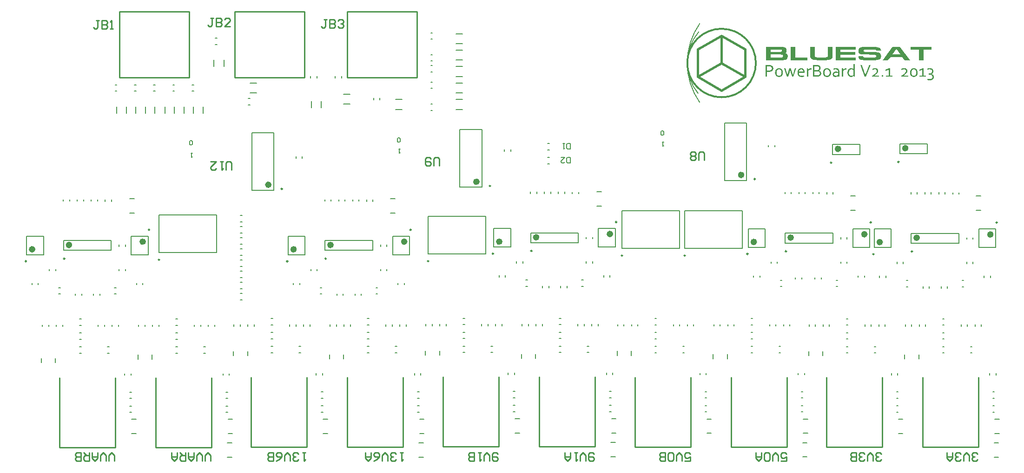
<source format=gto>
%FSLAX44Y44*%
%MOMM*%
G71*
G01*
G75*
G04 Layer_Color=65535*
%ADD10R,1.2000X1.3500*%
%ADD11R,1.4000X2.0000*%
%ADD12R,1.3500X1.2000*%
%ADD13R,2.0000X1.4000*%
%ADD14R,0.7000X0.8000*%
%ADD15R,0.8000X0.7000*%
%ADD16R,2.8000X1.3500*%
%ADD17R,1.3000X0.8000*%
%ADD18R,5.3500X8.5400*%
%ADD19R,0.8900X3.0600*%
%ADD20O,0.3500X2.2000*%
%ADD21O,0.3500X1.5500*%
%ADD22R,1.3500X2.8000*%
%ADD23O,0.6000X2.2000*%
%ADD24O,2.1000X0.4500*%
%ADD25O,0.6000X1.8000*%
%ADD26R,7.4000X5.0000*%
%ADD27C,1.0160*%
%ADD28C,0.1524*%
%ADD29C,0.7620*%
%ADD30C,0.2540*%
%ADD31C,0.5080*%
%ADD32C,0.6350*%
%ADD33C,0.2032*%
%ADD34C,0.3048*%
%ADD35R,177.7702X1.3208*%
%ADD36C,2.0000*%
G04:AMPARAMS|DCode=37|XSize=2mm|YSize=2mm|CornerRadius=0.5mm|HoleSize=0mm|Usage=FLASHONLY|Rotation=180.000|XOffset=0mm|YOffset=0mm|HoleType=Round|Shape=RoundedRectangle|*
%AMROUNDEDRECTD37*
21,1,2.0000,1.0000,0,0,180.0*
21,1,1.0000,2.0000,0,0,180.0*
1,1,1.0000,-0.5000,0.5000*
1,1,1.0000,0.5000,0.5000*
1,1,1.0000,0.5000,-0.5000*
1,1,1.0000,-0.5000,-0.5000*
%
%ADD37ROUNDEDRECTD37*%
%ADD38C,7.0000*%
%ADD39C,6.0000*%
%ADD40C,0.7000*%
%ADD41C,1.2700*%
%ADD42C,0.6600*%
%ADD43C,2.0160*%
%ADD44C,3.4160*%
%ADD45C,4.5160*%
%ADD46C,4.1160*%
G04:AMPARAMS|DCode=47|XSize=1.824mm|YSize=1.824mm|CornerRadius=0mm|HoleSize=0mm|Usage=FLASHONLY|Rotation=0.000|XOffset=0mm|YOffset=0mm|HoleType=Round|Shape=Relief|Width=0.254mm|Gap=0.254mm|Entries=4|*
%AMTHD47*
7,0,0,1.8240,1.3160,0.2540,45*
%
%ADD47THD47*%
%ADD48C,1.3160*%
%ADD49C,1.7272*%
%ADD50C,1.3460*%
G04:AMPARAMS|DCode=51|XSize=2.524mm|YSize=2.524mm|CornerRadius=0mm|HoleSize=0mm|Usage=FLASHONLY|Rotation=0.000|XOffset=0mm|YOffset=0mm|HoleType=Round|Shape=Relief|Width=0.254mm|Gap=0.254mm|Entries=4|*
%AMTHD51*
7,0,0,2.5240,2.0160,0.2540,45*
%
%ADD51THD51*%
G04:AMPARAMS|DCode=52|XSize=2.2352mm|YSize=2.2352mm|CornerRadius=0mm|HoleSize=0mm|Usage=FLASHONLY|Rotation=0.000|XOffset=0mm|YOffset=0mm|HoleType=Round|Shape=Relief|Width=0.254mm|Gap=0.254mm|Entries=4|*
%AMTHD52*
7,0,0,2.2352,1.7272,0.2540,45*
%
%ADD52THD52*%
%ADD53C,2.5400*%
%ADD54C,0.3000*%
%ADD55C,0.2000*%
%ADD56C,0.2500*%
%ADD57C,0.6000*%
%ADD58C,0.4000*%
%ADD59C,0.1270*%
G36*
X731312Y-107146D02*
X735477D01*
Y-109422D01*
X723733D01*
Y-107146D01*
X728841D01*
Y-96874D01*
X723067Y-98678D01*
Y-96374D01*
X729174Y-94236D01*
X731312D01*
Y-107146D01*
D02*
G37*
G36*
X696332Y-93847D02*
X696637D01*
X696998Y-93903D01*
X697387Y-93959D01*
X697803Y-94042D01*
X698192Y-94153D01*
X698247Y-94181D01*
X698358Y-94208D01*
X698553Y-94292D01*
X698803Y-94403D01*
X699108Y-94542D01*
X699386Y-94680D01*
X699691Y-94875D01*
X699996Y-95097D01*
X700024Y-95125D01*
X700107Y-95208D01*
X700246Y-95347D01*
X700413Y-95513D01*
X700607Y-95735D01*
X700801Y-95985D01*
X700996Y-96291D01*
X701162Y-96624D01*
X701190Y-96651D01*
X701246Y-96790D01*
X701301Y-96957D01*
X701385Y-97207D01*
X701468Y-97512D01*
X701551Y-97873D01*
X701579Y-98262D01*
X701607Y-98706D01*
Y-98761D01*
Y-98928D01*
X701579Y-99150D01*
X701551Y-99455D01*
X701468Y-99816D01*
X701385Y-100233D01*
X701246Y-100649D01*
X701051Y-101066D01*
X701024Y-101121D01*
X700940Y-101260D01*
X700829Y-101454D01*
X700663Y-101732D01*
X700441Y-102065D01*
X700191Y-102398D01*
X699885Y-102787D01*
X699552Y-103175D01*
X699497Y-103231D01*
X699386Y-103342D01*
X699191Y-103536D01*
X698914Y-103786D01*
X698608Y-104092D01*
X698220Y-104453D01*
X697803Y-104813D01*
X697331Y-105174D01*
X697276Y-105230D01*
X697109Y-105341D01*
X696859Y-105535D01*
X696498Y-105785D01*
X696110Y-106091D01*
X695638Y-106452D01*
X695138Y-106812D01*
X694583Y-107201D01*
Y-107257D01*
X694749D01*
X694888Y-107229D01*
X695249D01*
X695693Y-107201D01*
X696193Y-107173D01*
X696748D01*
X697331Y-107146D01*
X702884D01*
Y-109422D01*
X690529D01*
Y-107812D01*
X690557Y-107784D01*
X690613Y-107756D01*
X690696Y-107673D01*
X690835Y-107590D01*
X691002Y-107451D01*
X691196Y-107312D01*
X691640Y-106979D01*
X692168Y-106590D01*
X692723Y-106174D01*
X693916Y-105286D01*
X693944Y-105258D01*
X694000Y-105230D01*
X694055Y-105174D01*
X694166Y-105091D01*
X694472Y-104841D01*
X694833Y-104564D01*
X695249Y-104203D01*
X695693Y-103814D01*
X696137Y-103425D01*
X696582Y-103009D01*
X696637Y-102953D01*
X696776Y-102815D01*
X696970Y-102620D01*
X697220Y-102343D01*
X697526Y-102009D01*
X697803Y-101649D01*
X698109Y-101288D01*
X698358Y-100899D01*
X698386Y-100843D01*
X698469Y-100732D01*
X698580Y-100510D01*
X698692Y-100260D01*
X698803Y-99955D01*
X698914Y-99594D01*
X698997Y-99233D01*
X699025Y-98845D01*
Y-98817D01*
Y-98789D01*
Y-98623D01*
X698969Y-98373D01*
X698914Y-98067D01*
X698803Y-97706D01*
X698636Y-97346D01*
X698414Y-97012D01*
X698109Y-96707D01*
X698081Y-96679D01*
X697942Y-96596D01*
X697748Y-96457D01*
X697442Y-96318D01*
X697081Y-96207D01*
X696637Y-96068D01*
X696137Y-95985D01*
X695527Y-95957D01*
X695305D01*
X695082Y-95985D01*
X694777Y-96013D01*
X694389Y-96068D01*
X694000Y-96124D01*
X693556Y-96235D01*
X693111Y-96346D01*
X693056Y-96374D01*
X692917Y-96402D01*
X692667Y-96485D01*
X692362Y-96568D01*
X692001Y-96707D01*
X691612Y-96874D01*
X691168Y-97040D01*
X690696Y-97234D01*
Y-95152D01*
X690752Y-95125D01*
X690863Y-95069D01*
X691057Y-94958D01*
X691335Y-94847D01*
X691640Y-94708D01*
X692029Y-94542D01*
X692473Y-94375D01*
X692945Y-94236D01*
X692973D01*
X693000Y-94208D01*
X693084D01*
X693167Y-94181D01*
X693445Y-94097D01*
X693805Y-94014D01*
X694250Y-93959D01*
X694749Y-93875D01*
X695305Y-93847D01*
X695888Y-93820D01*
X696110D01*
X696332Y-93847D01*
D02*
G37*
G36*
X669958Y-107146D02*
X674122D01*
Y-109422D01*
X662379D01*
Y-107146D01*
X667487D01*
Y-96874D01*
X661712Y-98678D01*
Y-96374D01*
X667820Y-94236D01*
X669958D01*
Y-107146D01*
D02*
G37*
G36*
X493973Y-109422D02*
X491363D01*
X488837Y-100372D01*
Y-100344D01*
X488809Y-100288D01*
X488782Y-100205D01*
X488754Y-100094D01*
X488726Y-99927D01*
X488671Y-99761D01*
X488532Y-99317D01*
X488393Y-98789D01*
X488254Y-98178D01*
X488060Y-97484D01*
X487893Y-96763D01*
X487810D01*
Y-96790D01*
X487782Y-96846D01*
X487754Y-96957D01*
X487727Y-97123D01*
X487699Y-97290D01*
X487643Y-97512D01*
X487532Y-97984D01*
X487393Y-98567D01*
X487227Y-99150D01*
X487088Y-99789D01*
X486922Y-100372D01*
X484451Y-109422D01*
X481952D01*
X477038Y-94236D01*
X479509D01*
X482341Y-103703D01*
Y-103731D01*
X482369Y-103786D01*
X482396Y-103897D01*
X482424Y-104008D01*
X482480Y-104175D01*
X482535Y-104369D01*
X482646Y-104786D01*
X482785Y-105258D01*
X482924Y-105757D01*
X483063Y-106257D01*
X483174Y-106701D01*
X483257D01*
Y-106646D01*
X483312Y-106479D01*
X483368Y-106229D01*
X483451Y-105869D01*
X483562Y-105396D01*
X483701Y-104813D01*
X483895Y-104147D01*
X484090Y-103370D01*
X486644Y-94236D01*
X489115D01*
X491891Y-103370D01*
Y-103398D01*
X491919Y-103453D01*
X491946Y-103564D01*
X491974Y-103675D01*
X492030Y-103842D01*
X492085Y-104036D01*
X492224Y-104480D01*
X492363Y-105008D01*
X492502Y-105563D01*
X492668Y-106146D01*
X492807Y-106701D01*
X492863D01*
Y-106674D01*
X492890Y-106646D01*
Y-106562D01*
X492918Y-106452D01*
X493002Y-106146D01*
X493112Y-105785D01*
X493251Y-105313D01*
X493390Y-104813D01*
X493557Y-104258D01*
X493723Y-103703D01*
X496583Y-94236D01*
X499054D01*
X493973Y-109422D01*
D02*
G37*
G36*
X449692Y-88045D02*
X450081D01*
X450470Y-88073D01*
X451330Y-88184D01*
X451386D01*
X451525Y-88212D01*
X451747Y-88239D01*
X452024Y-88295D01*
X452330Y-88378D01*
X452691Y-88462D01*
X453413Y-88684D01*
X453440D01*
X453496Y-88711D01*
X453607Y-88767D01*
X453718Y-88822D01*
X453885Y-88878D01*
X454079Y-88989D01*
X454495Y-89211D01*
X454967Y-89489D01*
X455439Y-89850D01*
X455911Y-90266D01*
X456328Y-90766D01*
Y-90794D01*
X456383Y-90821D01*
X456411Y-90905D01*
X456494Y-91016D01*
X456633Y-91293D01*
X456827Y-91682D01*
X457022Y-92182D01*
X457160Y-92765D01*
X457271Y-93403D01*
X457327Y-94125D01*
Y-94153D01*
Y-94208D01*
Y-94292D01*
Y-94403D01*
X457299Y-94708D01*
X457244Y-95097D01*
X457160Y-95541D01*
X457049Y-96041D01*
X456883Y-96540D01*
X456661Y-97012D01*
X456633Y-97068D01*
X456550Y-97207D01*
X456383Y-97429D01*
X456189Y-97734D01*
X455911Y-98040D01*
X455606Y-98400D01*
X455217Y-98734D01*
X454773Y-99067D01*
X454717Y-99094D01*
X454551Y-99206D01*
X454301Y-99344D01*
X453940Y-99539D01*
X453496Y-99733D01*
X452996Y-99955D01*
X452413Y-100149D01*
X451775Y-100316D01*
X451747D01*
X451691Y-100344D01*
X451608D01*
X451469Y-100372D01*
X451303Y-100399D01*
X451108Y-100455D01*
X450886Y-100483D01*
X450636Y-100510D01*
X450026Y-100594D01*
X449359Y-100677D01*
X448610Y-100705D01*
X447805Y-100732D01*
X447110D01*
X446777Y-100705D01*
X446417D01*
X446000Y-100677D01*
X445584Y-100649D01*
Y-109422D01*
X442974D01*
Y-88017D01*
X449359D01*
X449692Y-88045D01*
D02*
G37*
G36*
X571763Y-93847D02*
X571985Y-93875D01*
X572512Y-93931D01*
X573095Y-94014D01*
X573734Y-94181D01*
X574345Y-94375D01*
X574928Y-94653D01*
X574955D01*
X574983Y-94680D01*
X575178Y-94791D01*
X575427Y-94986D01*
X575733Y-95236D01*
X576094Y-95541D01*
X576427Y-95902D01*
X576760Y-96346D01*
X577038Y-96818D01*
Y-96846D01*
X577093Y-96901D01*
X577121Y-97012D01*
X577176Y-97151D01*
X577232Y-97318D01*
X577287Y-97512D01*
X577398Y-97956D01*
Y-97984D01*
X577426Y-98067D01*
Y-98178D01*
X577454Y-98345D01*
X577482Y-98539D01*
Y-98761D01*
X577510Y-99289D01*
Y-109422D01*
X575427D01*
X575150Y-107756D01*
X575094D01*
Y-107784D01*
X575039Y-107812D01*
X574872Y-108006D01*
X574650Y-108256D01*
X574317Y-108534D01*
X574289Y-108561D01*
X574234Y-108589D01*
X574123Y-108673D01*
X574012Y-108756D01*
X573845Y-108839D01*
X573651Y-108950D01*
X573234Y-109172D01*
X573206D01*
X573123Y-109228D01*
X573012Y-109256D01*
X572845Y-109339D01*
X572651Y-109394D01*
X572429Y-109478D01*
X571929Y-109616D01*
X571902D01*
X571818Y-109644D01*
X571652Y-109672D01*
X571457Y-109700D01*
X571235Y-109755D01*
X570985Y-109783D01*
X570402Y-109811D01*
X570208D01*
X570014Y-109783D01*
X569736Y-109755D01*
X569431Y-109727D01*
X569070Y-109672D01*
X568737Y-109589D01*
X568376Y-109478D01*
X568348Y-109450D01*
X568237Y-109422D01*
X568043Y-109339D01*
X567848Y-109256D01*
X567598Y-109117D01*
X567321Y-108950D01*
X567043Y-108756D01*
X566793Y-108534D01*
X566766Y-108506D01*
X566682Y-108423D01*
X566571Y-108284D01*
X566405Y-108089D01*
X566238Y-107867D01*
X566072Y-107618D01*
X565905Y-107340D01*
X565766Y-107007D01*
X565738Y-106951D01*
X565711Y-106840D01*
X565655Y-106646D01*
X565600Y-106396D01*
X565516Y-106091D01*
X565461Y-105730D01*
X565433Y-105341D01*
X565405Y-104925D01*
Y-104869D01*
Y-104730D01*
X565433Y-104508D01*
X565461Y-104230D01*
X565489Y-103925D01*
X565572Y-103592D01*
X565655Y-103231D01*
X565794Y-102898D01*
X565822Y-102870D01*
X565877Y-102759D01*
X565961Y-102592D01*
X566099Y-102370D01*
X566266Y-102148D01*
X566460Y-101898D01*
X566682Y-101649D01*
X566932Y-101399D01*
X566960Y-101371D01*
X567071Y-101288D01*
X567238Y-101177D01*
X567432Y-101038D01*
X567710Y-100871D01*
X567987Y-100705D01*
X568348Y-100566D01*
X568709Y-100427D01*
X568764Y-100399D01*
X568903Y-100372D01*
X569098Y-100316D01*
X569375Y-100233D01*
X569708Y-100177D01*
X570097Y-100122D01*
X570541Y-100094D01*
X570985Y-100066D01*
X571180D01*
X571430Y-100094D01*
X571707D01*
X572040Y-100122D01*
X572429Y-100177D01*
X573179Y-100288D01*
X573234D01*
X573345Y-100316D01*
X573540Y-100372D01*
X573789Y-100427D01*
X574039Y-100483D01*
X574345Y-100566D01*
X574955Y-100760D01*
X575039D01*
Y-99705D01*
Y-99677D01*
Y-99594D01*
Y-99483D01*
Y-99344D01*
X575011Y-98983D01*
X574955Y-98623D01*
Y-98595D01*
X574928Y-98539D01*
Y-98456D01*
X574900Y-98317D01*
X574817Y-98040D01*
X574678Y-97762D01*
X574650Y-97734D01*
X574595Y-97623D01*
X574511Y-97484D01*
X574345Y-97318D01*
X574178Y-97123D01*
X573928Y-96929D01*
X573678Y-96707D01*
X573345Y-96513D01*
X573317Y-96485D01*
X573179Y-96429D01*
X572984Y-96346D01*
X572707Y-96235D01*
X572346Y-96152D01*
X571929Y-96068D01*
X571430Y-96013D01*
X570874Y-95985D01*
X570458D01*
X570180Y-96013D01*
X569847Y-96041D01*
X569486Y-96068D01*
X568709Y-96207D01*
X568653D01*
X568542Y-96235D01*
X568348Y-96291D01*
X568070Y-96374D01*
X567765Y-96457D01*
X567432Y-96540D01*
X566682Y-96790D01*
Y-94736D01*
X566710D01*
X566766Y-94708D01*
X566821Y-94653D01*
X566932Y-94625D01*
X567238Y-94514D01*
X567598Y-94375D01*
X567626D01*
X567682Y-94347D01*
X567793Y-94319D01*
X567932Y-94264D01*
X568293Y-94181D01*
X568681Y-94097D01*
X568709D01*
X568792Y-94069D01*
X568903Y-94042D01*
X569042Y-94014D01*
X569236Y-93986D01*
X569431Y-93959D01*
X569903Y-93903D01*
X569930D01*
X570014Y-93875D01*
X570153D01*
X570291Y-93847D01*
X570486D01*
X570708Y-93820D01*
X571568D01*
X571763Y-93847D01*
D02*
G37*
G36*
X626010Y-109422D02*
X623734D01*
X615627Y-88017D01*
X618237D01*
X622346Y-99039D01*
X622373Y-99067D01*
X622401Y-99206D01*
X622484Y-99400D01*
X622568Y-99650D01*
X622679Y-99983D01*
X622817Y-100344D01*
X622984Y-100788D01*
X623151Y-101260D01*
X623345Y-101787D01*
X623539Y-102315D01*
X623761Y-102926D01*
X623956Y-103536D01*
X624400Y-104813D01*
X624844Y-106118D01*
X624900D01*
X624927Y-106091D01*
X624955Y-105952D01*
X625011Y-105757D01*
X625094Y-105508D01*
X625205Y-105202D01*
X625344Y-104813D01*
X625483Y-104397D01*
X625649Y-103897D01*
X625816Y-103398D01*
X626010Y-102842D01*
X626232Y-102259D01*
X626454Y-101649D01*
X626898Y-100372D01*
X627398Y-99039D01*
X631535Y-88017D01*
X634145D01*
X626010Y-109422D01*
D02*
G37*
G36*
X657437D02*
X654411D01*
Y-106313D01*
X657437D01*
Y-109422D01*
D02*
G37*
G36*
X508604Y-93847D02*
X508909Y-93875D01*
X509270Y-93931D01*
X509687Y-94014D01*
X510103Y-94125D01*
X510519Y-94264D01*
X510575Y-94292D01*
X510714Y-94347D01*
X510908Y-94430D01*
X511186Y-94597D01*
X511463Y-94764D01*
X511796Y-95013D01*
X512130Y-95263D01*
X512435Y-95597D01*
X512463Y-95624D01*
X512574Y-95763D01*
X512713Y-95957D01*
X512907Y-96235D01*
X513101Y-96568D01*
X513323Y-96985D01*
X513518Y-97429D01*
X513712Y-97956D01*
Y-97984D01*
X513740Y-98012D01*
X513768Y-98095D01*
X513795Y-98206D01*
X513823Y-98345D01*
X513851Y-98511D01*
X513962Y-98928D01*
X514045Y-99428D01*
X514101Y-100011D01*
X514156Y-100677D01*
X514184Y-101399D01*
Y-101426D01*
Y-101510D01*
Y-101732D01*
Y-101760D01*
Y-101871D01*
Y-102037D01*
Y-102176D01*
Y-102343D01*
X503690D01*
Y-102370D01*
Y-102398D01*
Y-102481D01*
Y-102592D01*
X503718Y-102870D01*
X503745Y-103203D01*
X503801Y-103592D01*
X503884Y-104008D01*
X503995Y-104425D01*
X504134Y-104841D01*
X504162Y-104897D01*
X504217Y-105008D01*
X504328Y-105202D01*
X504440Y-105424D01*
X504634Y-105674D01*
X504828Y-105952D01*
X505050Y-106229D01*
X505328Y-106479D01*
X505356Y-106507D01*
X505467Y-106590D01*
X505633Y-106674D01*
X505828Y-106812D01*
X506105Y-106951D01*
X506383Y-107118D01*
X506744Y-107257D01*
X507105Y-107368D01*
X507160D01*
X507271Y-107423D01*
X507493Y-107451D01*
X507771Y-107506D01*
X508104Y-107562D01*
X508465Y-107590D01*
X508881Y-107645D01*
X509770D01*
X510075Y-107618D01*
X510408Y-107590D01*
X510769Y-107562D01*
X511547Y-107451D01*
X511602D01*
X511713Y-107423D01*
X511935Y-107368D01*
X512185Y-107312D01*
X512491Y-107229D01*
X512851Y-107146D01*
X513601Y-106896D01*
Y-108978D01*
X513573Y-109006D01*
X513462Y-109033D01*
X513268Y-109117D01*
X513046Y-109200D01*
X512740Y-109283D01*
X512407Y-109394D01*
X512019Y-109505D01*
X511574Y-109589D01*
X511519D01*
X511380Y-109616D01*
X511130Y-109644D01*
X510797Y-109700D01*
X510408Y-109727D01*
X509992Y-109783D01*
X509492Y-109811D01*
X508715D01*
X508410Y-109783D01*
X507993Y-109755D01*
X507521Y-109727D01*
X506994Y-109644D01*
X506466Y-109561D01*
X505911Y-109422D01*
X505883D01*
X505855Y-109394D01*
X505772Y-109367D01*
X505661Y-109339D01*
X505411Y-109228D01*
X505078Y-109089D01*
X504689Y-108922D01*
X504273Y-108673D01*
X503857Y-108423D01*
X503440Y-108089D01*
X503385Y-108034D01*
X503274Y-107923D01*
X503079Y-107701D01*
X502857Y-107423D01*
X502607Y-107090D01*
X502330Y-106646D01*
X502080Y-106174D01*
X501830Y-105646D01*
Y-105619D01*
X501802Y-105563D01*
X501774Y-105480D01*
X501746Y-105369D01*
X501691Y-105230D01*
X501636Y-105063D01*
X501552Y-104619D01*
X501441Y-104092D01*
X501330Y-103481D01*
X501275Y-102787D01*
X501247Y-102037D01*
Y-102009D01*
Y-101954D01*
Y-101843D01*
Y-101676D01*
X501275Y-101510D01*
Y-101288D01*
X501330Y-100816D01*
X501386Y-100233D01*
X501469Y-99622D01*
X501608Y-99011D01*
X501802Y-98428D01*
Y-98400D01*
X501830Y-98373D01*
X501858Y-98289D01*
X501913Y-98178D01*
X502024Y-97901D01*
X502219Y-97540D01*
X502441Y-97123D01*
X502691Y-96707D01*
X502996Y-96291D01*
X503329Y-95874D01*
X503385Y-95819D01*
X503496Y-95708D01*
X503690Y-95513D01*
X503968Y-95291D01*
X504301Y-95041D01*
X504662Y-94791D01*
X505078Y-94542D01*
X505522Y-94347D01*
X505550D01*
X505578Y-94319D01*
X505744Y-94264D01*
X505994Y-94181D01*
X506327Y-94069D01*
X506716Y-93986D01*
X507160Y-93903D01*
X507632Y-93847D01*
X508132Y-93820D01*
X508354D01*
X508604Y-93847D01*
D02*
G37*
G36*
X468265D02*
X468654Y-93903D01*
X469126Y-93959D01*
X469626Y-94069D01*
X470153Y-94208D01*
X470653Y-94403D01*
X470681D01*
X470708Y-94430D01*
X470875Y-94514D01*
X471125Y-94653D01*
X471458Y-94819D01*
X471819Y-95069D01*
X472180Y-95347D01*
X472569Y-95680D01*
X472929Y-96041D01*
X472985Y-96096D01*
X473096Y-96235D01*
X473262Y-96457D01*
X473457Y-96763D01*
X473707Y-97123D01*
X473929Y-97540D01*
X474179Y-98040D01*
X474373Y-98567D01*
Y-98595D01*
X474401Y-98623D01*
X474428Y-98706D01*
X474456Y-98817D01*
X474484Y-98956D01*
X474540Y-99122D01*
X474623Y-99539D01*
X474706Y-100011D01*
X474789Y-100566D01*
X474845Y-101177D01*
X474873Y-101843D01*
Y-101871D01*
Y-101926D01*
Y-102009D01*
Y-102148D01*
X474845Y-102315D01*
Y-102481D01*
X474817Y-102926D01*
X474734Y-103425D01*
X474651Y-103981D01*
X474512Y-104564D01*
X474345Y-105119D01*
Y-105147D01*
X474318Y-105174D01*
X474290Y-105258D01*
X474262Y-105369D01*
X474151Y-105646D01*
X473984Y-105979D01*
X473762Y-106368D01*
X473540Y-106812D01*
X473235Y-107229D01*
X472902Y-107645D01*
X472846Y-107701D01*
X472735Y-107812D01*
X472541Y-108006D01*
X472263Y-108228D01*
X471930Y-108478D01*
X471541Y-108756D01*
X471097Y-109006D01*
X470625Y-109256D01*
X470597D01*
X470570Y-109283D01*
X470403Y-109339D01*
X470125Y-109422D01*
X469765Y-109533D01*
X469320Y-109644D01*
X468821Y-109727D01*
X468293Y-109783D01*
X467682Y-109811D01*
X467405D01*
X467072Y-109783D01*
X466683Y-109727D01*
X466211Y-109672D01*
X465683Y-109589D01*
X465156Y-109450D01*
X464656Y-109256D01*
X464628D01*
X464601Y-109228D01*
X464434Y-109144D01*
X464184Y-109006D01*
X463879Y-108839D01*
X463518Y-108617D01*
X463129Y-108339D01*
X462741Y-108006D01*
X462380Y-107645D01*
X462352Y-107590D01*
X462213Y-107451D01*
X462047Y-107229D01*
X461852Y-106923D01*
X461602Y-106562D01*
X461380Y-106146D01*
X461130Y-105646D01*
X460936Y-105119D01*
Y-105091D01*
X460908Y-105063D01*
X460881Y-104980D01*
X460853Y-104869D01*
X460825Y-104730D01*
X460797Y-104564D01*
X460714Y-104147D01*
X460603Y-103675D01*
X460547Y-103120D01*
X460492Y-102509D01*
X460464Y-101843D01*
Y-101815D01*
Y-101760D01*
Y-101676D01*
Y-101538D01*
X460492Y-101371D01*
Y-101204D01*
X460520Y-100760D01*
X460575Y-100260D01*
X460686Y-99705D01*
X460797Y-99122D01*
X460964Y-98567D01*
Y-98539D01*
X460992Y-98511D01*
X461019Y-98428D01*
X461047Y-98317D01*
X461186Y-98040D01*
X461325Y-97706D01*
X461547Y-97290D01*
X461797Y-96874D01*
X462074Y-96457D01*
X462407Y-96041D01*
X462463Y-95985D01*
X462574Y-95874D01*
X462768Y-95680D01*
X463046Y-95430D01*
X463379Y-95180D01*
X463768Y-94902D01*
X464212Y-94653D01*
X464684Y-94403D01*
X464712D01*
X464739Y-94375D01*
X464823Y-94347D01*
X464906Y-94319D01*
X465184Y-94208D01*
X465545Y-94097D01*
X465989Y-94014D01*
X466489Y-93903D01*
X467044Y-93847D01*
X467655Y-93820D01*
X467932D01*
X468265Y-93847D01*
D02*
G37*
G36*
X742889D02*
X743250Y-93875D01*
X743694Y-93931D01*
X744138Y-93986D01*
X744610Y-94097D01*
X745082Y-94236D01*
X745110D01*
X745138Y-94264D01*
X745277Y-94319D01*
X745526Y-94403D01*
X745804Y-94542D01*
X746109Y-94708D01*
X746470Y-94902D01*
X746804Y-95152D01*
X747137Y-95430D01*
X747164Y-95458D01*
X747275Y-95569D01*
X747414Y-95708D01*
X747609Y-95930D01*
X747803Y-96180D01*
X748025Y-96485D01*
X748219Y-96846D01*
X748414Y-97207D01*
X748441Y-97262D01*
X748497Y-97373D01*
X748552Y-97595D01*
X748664Y-97873D01*
X748747Y-98206D01*
X748802Y-98567D01*
X748858Y-99011D01*
X748886Y-99455D01*
Y-99483D01*
Y-99594D01*
Y-99761D01*
X748858Y-99955D01*
X748830Y-100205D01*
X748802Y-100455D01*
X748691Y-101038D01*
Y-101066D01*
X748664Y-101177D01*
X748608Y-101315D01*
X748552Y-101482D01*
X748441Y-101704D01*
X748330Y-101954D01*
X748053Y-102454D01*
X748025Y-102481D01*
X747970Y-102565D01*
X747886Y-102704D01*
X747747Y-102842D01*
X747581Y-103037D01*
X747386Y-103231D01*
X747164Y-103425D01*
X746915Y-103620D01*
X746887Y-103647D01*
X746804Y-103703D01*
X746637Y-103786D01*
X746443Y-103897D01*
X746193Y-104036D01*
X745915Y-104175D01*
X745582Y-104314D01*
X745221Y-104425D01*
Y-104508D01*
X745249D01*
X745360Y-104536D01*
X745526Y-104564D01*
X745749Y-104591D01*
X745971Y-104647D01*
X746248Y-104730D01*
X746831Y-104925D01*
X746859Y-104952D01*
X746970Y-104980D01*
X747109Y-105063D01*
X747303Y-105174D01*
X747497Y-105313D01*
X747747Y-105480D01*
X747970Y-105674D01*
X748192Y-105896D01*
X748219Y-105924D01*
X748303Y-106007D01*
X748414Y-106146D01*
X748552Y-106313D01*
X748691Y-106535D01*
X748858Y-106785D01*
X749025Y-107090D01*
X749163Y-107423D01*
X749191Y-107451D01*
X749219Y-107590D01*
X749274Y-107756D01*
X749358Y-108006D01*
X749441Y-108339D01*
X749496Y-108700D01*
X749524Y-109089D01*
X749552Y-109533D01*
Y-109561D01*
Y-109589D01*
Y-109672D01*
Y-109783D01*
X749524Y-110061D01*
X749496Y-110421D01*
X749441Y-110838D01*
X749330Y-111282D01*
X749219Y-111726D01*
X749052Y-112198D01*
X749025Y-112254D01*
X748969Y-112393D01*
X748830Y-112615D01*
X748691Y-112892D01*
X748469Y-113225D01*
X748219Y-113559D01*
X747914Y-113919D01*
X747581Y-114253D01*
X747525Y-114280D01*
X747414Y-114391D01*
X747220Y-114558D01*
X746942Y-114725D01*
X746581Y-114947D01*
X746193Y-115169D01*
X745721Y-115363D01*
X745221Y-115557D01*
X745193D01*
X745165Y-115585D01*
X745082Y-115613D01*
X744971Y-115641D01*
X744666Y-115696D01*
X744277Y-115780D01*
X743805Y-115891D01*
X743250Y-115946D01*
X742611Y-116002D01*
X741945Y-116029D01*
X741723D01*
X741473Y-116002D01*
X741140D01*
X740779Y-115974D01*
X740363Y-115918D01*
X739474Y-115780D01*
X739419D01*
X739280Y-115724D01*
X739058Y-115668D01*
X738780Y-115585D01*
X738447Y-115502D01*
X738114Y-115391D01*
X737392Y-115085D01*
Y-112976D01*
X737448Y-113003D01*
X737586Y-113059D01*
X737809Y-113142D01*
X738114Y-113225D01*
X738447Y-113364D01*
X738836Y-113475D01*
X739641Y-113670D01*
X739696D01*
X739835Y-113697D01*
X740057Y-113725D01*
X740335Y-113781D01*
X740668Y-113808D01*
X741029Y-113864D01*
X741778Y-113892D01*
X742028D01*
X742306Y-113864D01*
X742639Y-113836D01*
X743028Y-113808D01*
X743444Y-113725D01*
X743833Y-113642D01*
X744222Y-113531D01*
X744277Y-113503D01*
X744388Y-113475D01*
X744583Y-113392D01*
X744805Y-113281D01*
X745054Y-113142D01*
X745304Y-112976D01*
X745582Y-112781D01*
X745804Y-112559D01*
X745832Y-112531D01*
X745915Y-112448D01*
X746026Y-112337D01*
X746137Y-112170D01*
X746304Y-111976D01*
X746443Y-111726D01*
X746581Y-111476D01*
X746692Y-111199D01*
Y-111171D01*
X746748Y-111060D01*
X746776Y-110921D01*
X746831Y-110699D01*
X746887Y-110477D01*
X746915Y-110199D01*
X746970Y-109589D01*
Y-109561D01*
Y-109505D01*
Y-109394D01*
X746942Y-109256D01*
Y-109089D01*
X746887Y-108895D01*
X746804Y-108450D01*
X746637Y-107951D01*
X746387Y-107479D01*
X746248Y-107229D01*
X746054Y-107007D01*
X745860Y-106812D01*
X745610Y-106618D01*
X745582D01*
X745554Y-106590D01*
X745471Y-106535D01*
X745360Y-106479D01*
X745221Y-106396D01*
X745054Y-106313D01*
X744860Y-106229D01*
X744638Y-106146D01*
X744388Y-106063D01*
X744083Y-105979D01*
X743777Y-105896D01*
X743444Y-105813D01*
X743056Y-105757D01*
X742667Y-105702D01*
X742223Y-105674D01*
X740085D01*
Y-103536D01*
X741307D01*
X741556Y-103509D01*
X741890D01*
X742251Y-103453D01*
X742639Y-103398D01*
X743028Y-103342D01*
X743417Y-103231D01*
X743472Y-103203D01*
X743583Y-103175D01*
X743777Y-103092D01*
X743999Y-103009D01*
X744249Y-102898D01*
X744527Y-102731D01*
X744805Y-102565D01*
X745054Y-102370D01*
X745082Y-102343D01*
X745165Y-102259D01*
X745277Y-102148D01*
X745415Y-102009D01*
X745554Y-101815D01*
X745721Y-101593D01*
X745860Y-101343D01*
X745998Y-101093D01*
X746026Y-101066D01*
X746054Y-100955D01*
X746109Y-100816D01*
X746165Y-100621D01*
X746220Y-100372D01*
X746248Y-100094D01*
X746304Y-99789D01*
Y-99483D01*
Y-99455D01*
Y-99317D01*
X746276Y-99150D01*
Y-98928D01*
X746220Y-98706D01*
X746165Y-98428D01*
X746082Y-98151D01*
X745971Y-97901D01*
X745943Y-97873D01*
X745915Y-97790D01*
X745832Y-97679D01*
X745721Y-97512D01*
X745443Y-97151D01*
X745054Y-96818D01*
X745027Y-96790D01*
X744943Y-96735D01*
X744832Y-96679D01*
X744694Y-96568D01*
X744499Y-96457D01*
X744249Y-96374D01*
X743999Y-96263D01*
X743722Y-96180D01*
X743694D01*
X743583Y-96152D01*
X743444Y-96096D01*
X743250Y-96068D01*
X743000Y-96013D01*
X742722Y-95985D01*
X742084Y-95957D01*
X741695D01*
X741418Y-95985D01*
X741085Y-96013D01*
X740696Y-96068D01*
X739891Y-96235D01*
X739835D01*
X739696Y-96291D01*
X739474Y-96346D01*
X739197Y-96402D01*
X738864Y-96513D01*
X738503Y-96624D01*
X737725Y-96901D01*
Y-94791D01*
X737753D01*
X737781Y-94764D01*
X737947Y-94708D01*
X738197Y-94625D01*
X738530Y-94486D01*
X738919Y-94375D01*
X739335Y-94264D01*
X739780Y-94125D01*
X740224Y-94042D01*
X740279D01*
X740418Y-94014D01*
X740640Y-93959D01*
X740946Y-93931D01*
X741251Y-93875D01*
X741612Y-93847D01*
X742334Y-93820D01*
X742584D01*
X742889Y-93847D01*
D02*
G37*
G36*
X555744D02*
X556133Y-93903D01*
X556605Y-93959D01*
X557104Y-94069D01*
X557632Y-94208D01*
X558132Y-94403D01*
X558159D01*
X558187Y-94430D01*
X558354Y-94514D01*
X558604Y-94653D01*
X558937Y-94819D01*
X559298Y-95069D01*
X559659Y-95347D01*
X560047Y-95680D01*
X560408Y-96041D01*
X560464Y-96096D01*
X560575Y-96235D01*
X560741Y-96457D01*
X560936Y-96763D01*
X561185Y-97123D01*
X561408Y-97540D01*
X561657Y-98040D01*
X561852Y-98567D01*
Y-98595D01*
X561880Y-98623D01*
X561907Y-98706D01*
X561935Y-98817D01*
X561963Y-98956D01*
X562018Y-99122D01*
X562102Y-99539D01*
X562185Y-100011D01*
X562268Y-100566D01*
X562324Y-101177D01*
X562351Y-101843D01*
Y-101871D01*
Y-101926D01*
Y-102009D01*
Y-102148D01*
X562324Y-102315D01*
Y-102481D01*
X562296Y-102926D01*
X562213Y-103425D01*
X562129Y-103981D01*
X561991Y-104564D01*
X561824Y-105119D01*
Y-105147D01*
X561796Y-105174D01*
X561768Y-105258D01*
X561741Y-105369D01*
X561630Y-105646D01*
X561463Y-105979D01*
X561241Y-106368D01*
X561019Y-106812D01*
X560714Y-107229D01*
X560380Y-107645D01*
X560325Y-107701D01*
X560214Y-107812D01*
X560019Y-108006D01*
X559742Y-108228D01*
X559409Y-108478D01*
X559020Y-108756D01*
X558576Y-109006D01*
X558104Y-109256D01*
X558076D01*
X558048Y-109283D01*
X557882Y-109339D01*
X557604Y-109422D01*
X557243Y-109533D01*
X556799Y-109644D01*
X556299Y-109727D01*
X555772Y-109783D01*
X555161Y-109811D01*
X554883D01*
X554550Y-109783D01*
X554162Y-109727D01*
X553690Y-109672D01*
X553162Y-109589D01*
X552635Y-109450D01*
X552135Y-109256D01*
X552107D01*
X552079Y-109228D01*
X551913Y-109144D01*
X551663Y-109006D01*
X551358Y-108839D01*
X550997Y-108617D01*
X550608Y-108339D01*
X550219Y-108006D01*
X549858Y-107645D01*
X549831Y-107590D01*
X549692Y-107451D01*
X549525Y-107229D01*
X549331Y-106923D01*
X549081Y-106562D01*
X548859Y-106146D01*
X548609Y-105646D01*
X548415Y-105119D01*
Y-105091D01*
X548387Y-105063D01*
X548359Y-104980D01*
X548331Y-104869D01*
X548304Y-104730D01*
X548276Y-104564D01*
X548193Y-104147D01*
X548082Y-103675D01*
X548026Y-103120D01*
X547971Y-102509D01*
X547943Y-101843D01*
Y-101815D01*
Y-101760D01*
Y-101676D01*
Y-101538D01*
X547971Y-101371D01*
Y-101204D01*
X547998Y-100760D01*
X548054Y-100260D01*
X548165Y-99705D01*
X548276Y-99122D01*
X548443Y-98567D01*
Y-98539D01*
X548470Y-98511D01*
X548498Y-98428D01*
X548526Y-98317D01*
X548665Y-98040D01*
X548803Y-97706D01*
X549026Y-97290D01*
X549275Y-96874D01*
X549553Y-96457D01*
X549886Y-96041D01*
X549942Y-95985D01*
X550053Y-95874D01*
X550247Y-95680D01*
X550525Y-95430D01*
X550858Y-95180D01*
X551246Y-94902D01*
X551691Y-94653D01*
X552163Y-94403D01*
X552191D01*
X552218Y-94375D01*
X552301Y-94347D01*
X552385Y-94319D01*
X552662Y-94208D01*
X553023Y-94097D01*
X553467Y-94014D01*
X553967Y-93903D01*
X554523Y-93847D01*
X555133Y-93820D01*
X555411D01*
X555744Y-93847D01*
D02*
G37*
G36*
X643139D02*
X643445D01*
X643806Y-93903D01*
X644194Y-93959D01*
X644611Y-94042D01*
X644999Y-94153D01*
X645055Y-94181D01*
X645166Y-94208D01*
X645360Y-94292D01*
X645610Y-94403D01*
X645916Y-94542D01*
X646193Y-94680D01*
X646499Y-94875D01*
X646804Y-95097D01*
X646832Y-95125D01*
X646915Y-95208D01*
X647054Y-95347D01*
X647221Y-95513D01*
X647415Y-95735D01*
X647609Y-95985D01*
X647803Y-96291D01*
X647970Y-96624D01*
X647998Y-96651D01*
X648053Y-96790D01*
X648109Y-96957D01*
X648192Y-97207D01*
X648275Y-97512D01*
X648359Y-97873D01*
X648387Y-98262D01*
X648414Y-98706D01*
Y-98761D01*
Y-98928D01*
X648387Y-99150D01*
X648359Y-99455D01*
X648275Y-99816D01*
X648192Y-100233D01*
X648053Y-100649D01*
X647859Y-101066D01*
X647831Y-101121D01*
X647748Y-101260D01*
X647637Y-101454D01*
X647470Y-101732D01*
X647248Y-102065D01*
X646998Y-102398D01*
X646693Y-102787D01*
X646360Y-103175D01*
X646304Y-103231D01*
X646193Y-103342D01*
X645999Y-103536D01*
X645721Y-103786D01*
X645416Y-104092D01*
X645027Y-104453D01*
X644611Y-104813D01*
X644139Y-105174D01*
X644083Y-105230D01*
X643917Y-105341D01*
X643667Y-105535D01*
X643306Y-105785D01*
X642917Y-106091D01*
X642445Y-106452D01*
X641946Y-106812D01*
X641390Y-107201D01*
Y-107257D01*
X641557D01*
X641696Y-107229D01*
X642057D01*
X642501Y-107201D01*
X643001Y-107173D01*
X643556D01*
X644139Y-107146D01*
X649691D01*
Y-109422D01*
X637337D01*
Y-107812D01*
X637365Y-107784D01*
X637420Y-107756D01*
X637504Y-107673D01*
X637643Y-107590D01*
X637809Y-107451D01*
X638003Y-107312D01*
X638448Y-106979D01*
X638975Y-106590D01*
X639530Y-106174D01*
X640724Y-105286D01*
X640752Y-105258D01*
X640807Y-105230D01*
X640863Y-105174D01*
X640974Y-105091D01*
X641279Y-104841D01*
X641640Y-104564D01*
X642057Y-104203D01*
X642501Y-103814D01*
X642945Y-103425D01*
X643389Y-103009D01*
X643445Y-102953D01*
X643584Y-102815D01*
X643778Y-102620D01*
X644028Y-102343D01*
X644333Y-102009D01*
X644611Y-101649D01*
X644916Y-101288D01*
X645166Y-100899D01*
X645194Y-100843D01*
X645277Y-100732D01*
X645388Y-100510D01*
X645499Y-100260D01*
X645610Y-99955D01*
X645721Y-99594D01*
X645805Y-99233D01*
X645832Y-98845D01*
Y-98817D01*
Y-98789D01*
Y-98623D01*
X645777Y-98373D01*
X645721Y-98067D01*
X645610Y-97706D01*
X645444Y-97346D01*
X645222Y-97012D01*
X644916Y-96707D01*
X644888Y-96679D01*
X644750Y-96596D01*
X644555Y-96457D01*
X644250Y-96318D01*
X643889Y-96207D01*
X643445Y-96068D01*
X642945Y-95985D01*
X642334Y-95957D01*
X642112D01*
X641890Y-95985D01*
X641585Y-96013D01*
X641196Y-96068D01*
X640807Y-96124D01*
X640363Y-96235D01*
X639919Y-96346D01*
X639864Y-96374D01*
X639725Y-96402D01*
X639475Y-96485D01*
X639169Y-96568D01*
X638809Y-96707D01*
X638420Y-96874D01*
X637976Y-97040D01*
X637504Y-97234D01*
Y-95152D01*
X637559Y-95125D01*
X637670Y-95069D01*
X637865Y-94958D01*
X638142Y-94847D01*
X638448Y-94708D01*
X638836Y-94542D01*
X639281Y-94375D01*
X639752Y-94236D01*
X639780D01*
X639808Y-94208D01*
X639891D01*
X639975Y-94181D01*
X640252Y-94097D01*
X640613Y-94014D01*
X641057Y-93959D01*
X641557Y-93875D01*
X642112Y-93847D01*
X642695Y-93820D01*
X642917D01*
X643139Y-93847D01*
D02*
G37*
G36*
X536283Y-88045D02*
X536505D01*
X536644Y-88073D01*
X537005Y-88101D01*
X537365Y-88128D01*
X537449D01*
X537560Y-88156D01*
X537671D01*
X537976Y-88212D01*
X538282Y-88267D01*
X538365D01*
X538448Y-88295D01*
X538559D01*
X538809Y-88350D01*
X539114Y-88406D01*
X539170D01*
X539281Y-88462D01*
X539475Y-88517D01*
X539725Y-88600D01*
X540003Y-88711D01*
X540308Y-88850D01*
X540919Y-89156D01*
X540947Y-89183D01*
X541058Y-89239D01*
X541197Y-89350D01*
X541391Y-89461D01*
X541613Y-89628D01*
X541835Y-89822D01*
X542279Y-90294D01*
X542307Y-90322D01*
X542363Y-90405D01*
X542474Y-90544D01*
X542612Y-90738D01*
X542751Y-90960D01*
X542890Y-91210D01*
X543168Y-91793D01*
X543195Y-91821D01*
X543223Y-91932D01*
X543279Y-92098D01*
X543334Y-92320D01*
X543390Y-92598D01*
X543445Y-92903D01*
X543501Y-93237D01*
Y-93598D01*
Y-93625D01*
Y-93736D01*
Y-93875D01*
X543473Y-94069D01*
X543445Y-94292D01*
X543418Y-94569D01*
X543307Y-95097D01*
Y-95125D01*
X543279Y-95208D01*
X543223Y-95347D01*
X543168Y-95541D01*
X543084Y-95735D01*
X542973Y-95957D01*
X542696Y-96429D01*
X542668Y-96457D01*
X542612Y-96540D01*
X542529Y-96651D01*
X542418Y-96790D01*
X542279Y-96957D01*
X542085Y-97151D01*
X541891Y-97318D01*
X541641Y-97512D01*
X541613Y-97540D01*
X541530Y-97595D01*
X541391Y-97679D01*
X541197Y-97790D01*
X540975Y-97928D01*
X540725Y-98040D01*
X540419Y-98178D01*
X540086Y-98317D01*
Y-98373D01*
X540142D01*
X540253Y-98400D01*
X540447Y-98428D01*
X540697Y-98484D01*
X540947Y-98567D01*
X541252Y-98650D01*
X541863Y-98900D01*
X541891Y-98928D01*
X542002Y-98956D01*
X542141Y-99067D01*
X542335Y-99178D01*
X542557Y-99317D01*
X542779Y-99483D01*
X543223Y-99900D01*
X543251Y-99927D01*
X543307Y-100011D01*
X543418Y-100122D01*
X543556Y-100288D01*
X543695Y-100510D01*
X543834Y-100732D01*
X543973Y-101010D01*
X544112Y-101315D01*
X544139Y-101343D01*
X544167Y-101454D01*
X544223Y-101621D01*
X544278Y-101843D01*
X544334Y-102121D01*
X544361Y-102426D01*
X544417Y-102787D01*
Y-103175D01*
Y-103203D01*
Y-103314D01*
Y-103453D01*
X544389Y-103675D01*
X544361Y-103897D01*
X544334Y-104175D01*
X544195Y-104786D01*
Y-104813D01*
X544139Y-104925D01*
X544084Y-105091D01*
X544028Y-105286D01*
X543917Y-105535D01*
X543778Y-105785D01*
X543640Y-106063D01*
X543445Y-106368D01*
X543418Y-106396D01*
X543362Y-106507D01*
X543251Y-106646D01*
X543084Y-106840D01*
X542890Y-107062D01*
X542668Y-107312D01*
X542418Y-107562D01*
X542113Y-107812D01*
X542085Y-107840D01*
X541974Y-107923D01*
X541780Y-108034D01*
X541530Y-108173D01*
X541252Y-108339D01*
X540891Y-108534D01*
X540475Y-108700D01*
X540031Y-108867D01*
X539975D01*
X539864Y-108922D01*
X539670Y-108978D01*
X539420Y-109033D01*
X539114Y-109117D01*
X538754Y-109172D01*
X538337Y-109256D01*
X537921Y-109311D01*
X537865D01*
X537726Y-109339D01*
X537477D01*
X537143Y-109367D01*
X536755Y-109394D01*
X536283D01*
X535755Y-109422D01*
X529703D01*
Y-88017D01*
X535839D01*
X536283Y-88045D01*
D02*
G37*
G36*
X713794Y-93847D02*
X714211Y-93903D01*
X714683Y-93959D01*
X715155Y-94069D01*
X715682Y-94236D01*
X716182Y-94430D01*
X716209D01*
X716237Y-94458D01*
X716404Y-94542D01*
X716654Y-94680D01*
X716959Y-94875D01*
X717292Y-95125D01*
X717653Y-95402D01*
X718014Y-95735D01*
X718375Y-96124D01*
X718403Y-96180D01*
X718514Y-96318D01*
X718680Y-96540D01*
X718875Y-96846D01*
X719097Y-97234D01*
X719319Y-97651D01*
X719513Y-98151D01*
X719708Y-98678D01*
Y-98706D01*
X719735Y-98734D01*
X719763Y-98817D01*
X719791Y-98928D01*
X719846Y-99233D01*
X719957Y-99622D01*
X720041Y-100094D01*
X720096Y-100621D01*
X720152Y-101204D01*
X720180Y-101843D01*
Y-101871D01*
Y-101926D01*
Y-102009D01*
Y-102121D01*
Y-102287D01*
X720152Y-102454D01*
X720124Y-102870D01*
X720069Y-103370D01*
X719985Y-103897D01*
X719874Y-104453D01*
X719708Y-105008D01*
Y-105036D01*
X719680Y-105063D01*
X719652Y-105147D01*
X719624Y-105258D01*
X719513Y-105535D01*
X719347Y-105869D01*
X719152Y-106285D01*
X718930Y-106701D01*
X718653Y-107146D01*
X718319Y-107562D01*
X718292Y-107618D01*
X718153Y-107729D01*
X717959Y-107923D01*
X717709Y-108173D01*
X717403Y-108423D01*
X717015Y-108700D01*
X716598Y-108978D01*
X716126Y-109228D01*
X716071Y-109256D01*
X715904Y-109311D01*
X715627Y-109422D01*
X715293Y-109505D01*
X714849Y-109616D01*
X714350Y-109727D01*
X713794Y-109783D01*
X713211Y-109811D01*
X712934D01*
X712600Y-109783D01*
X712212Y-109727D01*
X711740Y-109672D01*
X711240Y-109561D01*
X710713Y-109422D01*
X710213Y-109228D01*
X710185D01*
X710157Y-109200D01*
X709991Y-109117D01*
X709741Y-108978D01*
X709463Y-108784D01*
X709102Y-108561D01*
X708742Y-108256D01*
X708381Y-107923D01*
X708020Y-107562D01*
X707992Y-107506D01*
X707881Y-107368D01*
X707714Y-107146D01*
X707520Y-106840D01*
X707298Y-106452D01*
X707076Y-106035D01*
X706881Y-105535D01*
X706687Y-105008D01*
Y-104980D01*
X706659Y-104952D01*
Y-104869D01*
X706632Y-104758D01*
X706548Y-104453D01*
X706465Y-104064D01*
X706382Y-103592D01*
X706326Y-103064D01*
X706271Y-102454D01*
X706243Y-101843D01*
Y-101815D01*
Y-101760D01*
Y-101676D01*
Y-101538D01*
X706271Y-101399D01*
Y-101232D01*
X706298Y-100788D01*
X706354Y-100316D01*
X706437Y-99789D01*
X706548Y-99233D01*
X706687Y-98678D01*
Y-98650D01*
X706715Y-98623D01*
X706743Y-98539D01*
X706770Y-98428D01*
X706881Y-98151D01*
X707048Y-97817D01*
X707215Y-97401D01*
X707464Y-96985D01*
X707742Y-96540D01*
X708047Y-96124D01*
X708103Y-96068D01*
X708214Y-95957D01*
X708408Y-95735D01*
X708658Y-95513D01*
X708991Y-95236D01*
X709352Y-94958D01*
X709769Y-94680D01*
X710241Y-94430D01*
X710268D01*
X710296Y-94403D01*
X710379Y-94375D01*
X710463Y-94347D01*
X710740Y-94236D01*
X711101Y-94125D01*
X711545Y-94014D01*
X712045Y-93903D01*
X712600Y-93847D01*
X713211Y-93820D01*
X713489D01*
X713794Y-93847D01*
D02*
G37*
G36*
X497442Y-74364D02*
X519263D01*
Y-79250D01*
X488919D01*
Y-54903D01*
X497442D01*
Y-74364D01*
D02*
G37*
G36*
X565460Y-70588D02*
Y-70644D01*
Y-70810D01*
X565432Y-71060D01*
X565404Y-71365D01*
X565376Y-71782D01*
X565293Y-72226D01*
X565210Y-72726D01*
X565071Y-73253D01*
X564904Y-73809D01*
X564710Y-74364D01*
X564460Y-74947D01*
X564155Y-75502D01*
X563794Y-76030D01*
X563377Y-76529D01*
X562905Y-76974D01*
X562350Y-77362D01*
X562322Y-77390D01*
X562211Y-77446D01*
X562017Y-77529D01*
X561739Y-77668D01*
X561378Y-77806D01*
X560934Y-77945D01*
X560407Y-78140D01*
X559768Y-78306D01*
X559046Y-78473D01*
X558214Y-78639D01*
X557297Y-78806D01*
X556270Y-78945D01*
X555132Y-79083D01*
X554521Y-79139D01*
X553883Y-79167D01*
X553216Y-79194D01*
X552522Y-79222D01*
X551800Y-79250D01*
X537947D01*
X537753Y-79222D01*
X537225D01*
X536587Y-79194D01*
X535865Y-79139D01*
X535060Y-79083D01*
X534199Y-79000D01*
X533311Y-78889D01*
X532395Y-78750D01*
X531451Y-78611D01*
X530562Y-78417D01*
X529674Y-78167D01*
X528869Y-77917D01*
X528119Y-77612D01*
X527453Y-77251D01*
X527425Y-77223D01*
X527314Y-77168D01*
X527148Y-77029D01*
X526953Y-76863D01*
X526703Y-76640D01*
X526426Y-76363D01*
X526120Y-76057D01*
X525815Y-75669D01*
X525510Y-75224D01*
X525204Y-74752D01*
X524927Y-74197D01*
X524677Y-73587D01*
X524482Y-72948D01*
X524316Y-72226D01*
X524205Y-71421D01*
X524177Y-70588D01*
Y-54903D01*
X532645D01*
Y-70033D01*
Y-70061D01*
Y-70144D01*
Y-70283D01*
X532672Y-70449D01*
X532700Y-70644D01*
X532728Y-70894D01*
X532867Y-71421D01*
X533061Y-71976D01*
X533200Y-72282D01*
X533339Y-72559D01*
X533533Y-72809D01*
X533755Y-73059D01*
X534005Y-73281D01*
X534310Y-73475D01*
X534338D01*
X534394Y-73503D01*
X534505Y-73559D01*
X534643Y-73614D01*
X534838Y-73670D01*
X535060Y-73753D01*
X535365Y-73836D01*
X535698Y-73920D01*
X536087Y-74003D01*
X536531Y-74086D01*
X537003Y-74170D01*
X537559Y-74225D01*
X538169Y-74281D01*
X538835Y-74336D01*
X539585Y-74364D01*
X549913D01*
X550190Y-74336D01*
X550551D01*
X550940Y-74308D01*
X551356Y-74281D01*
X551800Y-74253D01*
X552772Y-74142D01*
X553716Y-73975D01*
X554188Y-73864D01*
X554604Y-73753D01*
X554993Y-73614D01*
X555326Y-73448D01*
X555354D01*
X555410Y-73392D01*
X555493Y-73337D01*
X555576Y-73253D01*
X555854Y-73031D01*
X555993Y-72865D01*
X556159Y-72670D01*
X556326Y-72448D01*
X556465Y-72198D01*
X556603Y-71921D01*
X556742Y-71615D01*
X556825Y-71255D01*
X556909Y-70866D01*
X556964Y-70449D01*
X556992Y-70005D01*
Y-54903D01*
X565460D01*
Y-70588D01*
D02*
G37*
G36*
X745719Y-59844D02*
X730811D01*
Y-79250D01*
X722371D01*
Y-59844D01*
X707435D01*
Y-54903D01*
X745719D01*
Y-59844D01*
D02*
G37*
G36*
X607214Y-59733D02*
X579424D01*
Y-64231D01*
X606325D01*
Y-69117D01*
X579424D01*
Y-74364D01*
X607214D01*
Y-79250D01*
X570984D01*
Y-54903D01*
X607214D01*
Y-59733D01*
D02*
G37*
G36*
X706214Y-79250D02*
X696330D01*
X691972Y-73392D01*
X670484D01*
X666181Y-79250D01*
X656242D01*
X674565Y-54903D01*
X687974D01*
X706214Y-79250D01*
D02*
G37*
G36*
X471790Y-54930D02*
X472290D01*
X472845Y-54986D01*
X473483Y-55014D01*
X474150Y-55069D01*
X475565Y-55236D01*
X476259Y-55347D01*
X476954Y-55486D01*
X477620Y-55652D01*
X478231Y-55819D01*
X478786Y-56041D01*
X479258Y-56291D01*
X479286Y-56318D01*
X479369Y-56346D01*
X479480Y-56430D01*
X479619Y-56540D01*
X479813Y-56707D01*
X480007Y-56901D01*
X480202Y-57123D01*
X480424Y-57373D01*
X480646Y-57679D01*
X480840Y-58040D01*
X481062Y-58428D01*
X481229Y-58845D01*
X481368Y-59317D01*
X481479Y-59816D01*
X481562Y-60372D01*
X481590Y-60982D01*
Y-61010D01*
Y-61121D01*
Y-61260D01*
Y-61454D01*
X481562Y-61704D01*
Y-61982D01*
X481507Y-62593D01*
X481423Y-63259D01*
X481312Y-63898D01*
X481257Y-64203D01*
X481173Y-64481D01*
X481062Y-64730D01*
X480951Y-64953D01*
X480924Y-64980D01*
X480840Y-65091D01*
X480701Y-65230D01*
X480507Y-65424D01*
X480202Y-65647D01*
X479841Y-65869D01*
X479341Y-66118D01*
X479063Y-66230D01*
X478758Y-66341D01*
X478786D01*
X478869Y-66368D01*
X478980D01*
X479147Y-66396D01*
X479341Y-66452D01*
X479563Y-66507D01*
X480063Y-66618D01*
X480618Y-66813D01*
X481173Y-67062D01*
X481701Y-67368D01*
X481951Y-67534D01*
X482145Y-67729D01*
X482173Y-67757D01*
X482201Y-67784D01*
X482256Y-67867D01*
X482367Y-67979D01*
X482450Y-68145D01*
X482561Y-68312D01*
X482700Y-68534D01*
X482811Y-68784D01*
X482950Y-69061D01*
X483061Y-69394D01*
X483172Y-69755D01*
X483283Y-70144D01*
X483367Y-70588D01*
X483422Y-71060D01*
X483450Y-71560D01*
X483478Y-72115D01*
Y-72171D01*
Y-72282D01*
Y-72476D01*
X483450Y-72754D01*
X483422Y-73059D01*
X483367Y-73448D01*
X483283Y-73836D01*
X483200Y-74281D01*
X483089Y-74725D01*
X482950Y-75197D01*
X482784Y-75641D01*
X482561Y-76085D01*
X482312Y-76529D01*
X482034Y-76946D01*
X481701Y-77307D01*
X481312Y-77640D01*
X481284Y-77668D01*
X481201Y-77695D01*
X481090Y-77779D01*
X480896Y-77890D01*
X480646Y-78001D01*
X480341Y-78140D01*
X479980Y-78306D01*
X479535Y-78445D01*
X479063Y-78584D01*
X478508Y-78750D01*
X477870Y-78889D01*
X477176Y-79000D01*
X476426Y-79111D01*
X475565Y-79167D01*
X474677Y-79222D01*
X473678Y-79250D01*
X443722D01*
Y-54903D01*
X471373D01*
X471790Y-54930D01*
D02*
G37*
G36*
X641361D02*
X641583D01*
X642139Y-54958D01*
X642777Y-54986D01*
X643471Y-55041D01*
X644249Y-55125D01*
X645026Y-55208D01*
X645831Y-55319D01*
X646664Y-55458D01*
X647469Y-55624D01*
X648274Y-55819D01*
X649024Y-56041D01*
X649745Y-56291D01*
X650384Y-56596D01*
X650412Y-56624D01*
X650523Y-56679D01*
X650689Y-56763D01*
X650884Y-56901D01*
X651134Y-57096D01*
X651411Y-57318D01*
X651689Y-57568D01*
X651994Y-57873D01*
X652300Y-58234D01*
X652577Y-58623D01*
X652855Y-59039D01*
X653105Y-59511D01*
X653299Y-60011D01*
X653466Y-60566D01*
X653577Y-61177D01*
X653605Y-61815D01*
X644471D01*
Y-61788D01*
Y-61760D01*
Y-61621D01*
X644415Y-61427D01*
X644360Y-61149D01*
X644249Y-60899D01*
X644110Y-60622D01*
X643888Y-60372D01*
X643610Y-60177D01*
X643582Y-60150D01*
X643444Y-60094D01*
X643332Y-60066D01*
X643221Y-60039D01*
X643055Y-59983D01*
X642860Y-59955D01*
X642638Y-59900D01*
X642389Y-59872D01*
X642111Y-59844D01*
X641805Y-59789D01*
X641445Y-59761D01*
X641056D01*
X640612Y-59733D01*
X625537D01*
X625370Y-59761D01*
X625176D01*
X624732Y-59789D01*
X624232Y-59844D01*
X623732Y-59955D01*
X623233Y-60066D01*
X622788Y-60233D01*
X622733Y-60261D01*
X622622Y-60316D01*
X622455Y-60455D01*
X622261Y-60622D01*
X622067Y-60871D01*
X621900Y-61205D01*
X621789Y-61565D01*
X621734Y-62037D01*
Y-62065D01*
Y-62093D01*
X621761Y-62259D01*
X621789Y-62482D01*
X621872Y-62759D01*
X622011Y-63037D01*
X622205Y-63342D01*
X622483Y-63592D01*
X622872Y-63787D01*
X622900D01*
X623038Y-63842D01*
X623260Y-63870D01*
X623566Y-63925D01*
X623982Y-63981D01*
X624204Y-64009D01*
X624482Y-64036D01*
X624787Y-64064D01*
X625120D01*
X625481Y-64092D01*
X625870D01*
X641583Y-64536D01*
X642194D01*
X642638Y-64564D01*
X643194D01*
X643804Y-64592D01*
X644471Y-64647D01*
X645192Y-64703D01*
X645914Y-64758D01*
X646692Y-64841D01*
X647441Y-64953D01*
X648163Y-65064D01*
X648857Y-65202D01*
X649523Y-65369D01*
X650106Y-65563D01*
X650606Y-65785D01*
X650634Y-65813D01*
X650745Y-65869D01*
X650884Y-65952D01*
X651078Y-66091D01*
X651300Y-66285D01*
X651578Y-66507D01*
X651828Y-66785D01*
X652133Y-67118D01*
X652411Y-67507D01*
X652688Y-67951D01*
X652938Y-68450D01*
X653160Y-69006D01*
X653355Y-69616D01*
X653493Y-70283D01*
X653605Y-71032D01*
X653632Y-71865D01*
Y-71921D01*
Y-72032D01*
X653605Y-72254D01*
Y-72504D01*
X653549Y-72837D01*
X653493Y-73198D01*
X653410Y-73614D01*
X653299Y-74058D01*
X653160Y-74530D01*
X652966Y-75002D01*
X652772Y-75474D01*
X652494Y-75946D01*
X652189Y-76391D01*
X651828Y-76807D01*
X651411Y-77196D01*
X650939Y-77557D01*
X650911Y-77584D01*
X650800Y-77640D01*
X650662Y-77723D01*
X650412Y-77806D01*
X650134Y-77945D01*
X649745Y-78084D01*
X649301Y-78251D01*
X648802Y-78389D01*
X648191Y-78556D01*
X647524Y-78723D01*
X646775Y-78861D01*
X645914Y-78972D01*
X644998Y-79083D01*
X643999Y-79167D01*
X642916Y-79222D01*
X641722Y-79250D01*
X623510D01*
X623066Y-79222D01*
X622539Y-79194D01*
X621928Y-79167D01*
X621234Y-79111D01*
X620512Y-79056D01*
X619762Y-78972D01*
X618985Y-78861D01*
X618208Y-78723D01*
X617458Y-78556D01*
X616736Y-78389D01*
X616042Y-78167D01*
X615431Y-77917D01*
X614876Y-77640D01*
X614848Y-77612D01*
X614765Y-77557D01*
X614626Y-77473D01*
X614460Y-77334D01*
X614265Y-77140D01*
X614043Y-76918D01*
X613793Y-76668D01*
X613571Y-76363D01*
X613321Y-76002D01*
X613072Y-75613D01*
X612850Y-75197D01*
X612655Y-74697D01*
X612489Y-74197D01*
X612350Y-73614D01*
X612267Y-73004D01*
X612239Y-72337D01*
X620873Y-72365D01*
Y-72393D01*
X620901Y-72504D01*
X620928Y-72670D01*
X621012Y-72865D01*
X621150Y-73115D01*
X621345Y-73337D01*
X621622Y-73587D01*
X622011Y-73809D01*
X622067Y-73836D01*
X622233Y-73892D01*
X622483Y-73975D01*
X622816Y-74086D01*
X623260Y-74197D01*
X623788Y-74281D01*
X624371Y-74336D01*
X625037Y-74364D01*
X639696D01*
X639945Y-74336D01*
X640223D01*
X640528Y-74308D01*
X640862D01*
X641556Y-74253D01*
X642250Y-74142D01*
X642916Y-74031D01*
X643221Y-73947D01*
X643471Y-73864D01*
X643499D01*
X643527Y-73836D01*
X643666Y-73753D01*
X643888Y-73614D01*
X644137Y-73420D01*
X644360Y-73170D01*
X644582Y-72809D01*
X644721Y-72421D01*
X644776Y-72171D01*
Y-71921D01*
Y-71893D01*
Y-71865D01*
X644748Y-71699D01*
X644721Y-71449D01*
X644637Y-71143D01*
X644499Y-70838D01*
X644304Y-70505D01*
X644026Y-70199D01*
X643638Y-69950D01*
X643610D01*
X643582Y-69922D01*
X643499Y-69894D01*
X643388Y-69839D01*
X643221Y-69783D01*
X643027Y-69728D01*
X642805Y-69644D01*
X642555Y-69589D01*
X642250Y-69533D01*
X641889Y-69450D01*
X641500Y-69394D01*
X641084Y-69339D01*
X640584Y-69283D01*
X640084Y-69256D01*
X639501Y-69228D01*
X638890D01*
X625287Y-68839D01*
X624315D01*
X624038Y-68811D01*
X623427D01*
X622733Y-68784D01*
X621956Y-68756D01*
X621123Y-68700D01*
X620290Y-68645D01*
X619429Y-68562D01*
X618569Y-68478D01*
X617736Y-68367D01*
X616958Y-68228D01*
X616264Y-68090D01*
X615626Y-67895D01*
X615348Y-67812D01*
X615098Y-67701D01*
X615070Y-67673D01*
X614959Y-67645D01*
X614821Y-67534D01*
X614626Y-67423D01*
X614404Y-67257D01*
X614154Y-67035D01*
X613904Y-66785D01*
X613627Y-66452D01*
X613349Y-66118D01*
X613099Y-65702D01*
X612850Y-65230D01*
X612627Y-64703D01*
X612433Y-64120D01*
X612294Y-63481D01*
X612183Y-62759D01*
X612155Y-61982D01*
Y-61926D01*
Y-61815D01*
X612183Y-61621D01*
X612211Y-61343D01*
X612239Y-61038D01*
X612322Y-60677D01*
X612405Y-60288D01*
X612516Y-59844D01*
X612683Y-59400D01*
X612877Y-58956D01*
X613099Y-58484D01*
X613377Y-58040D01*
X613710Y-57623D01*
X614099Y-57207D01*
X614571Y-56846D01*
X615070Y-56513D01*
X615098Y-56485D01*
X615209Y-56430D01*
X615376Y-56374D01*
X615626Y-56263D01*
X615959Y-56152D01*
X616375Y-56013D01*
X616847Y-55847D01*
X617402Y-55708D01*
X618041Y-55569D01*
X618763Y-55402D01*
X619568Y-55264D01*
X620484Y-55152D01*
X621456Y-55041D01*
X622511Y-54958D01*
X623677Y-54930D01*
X624926Y-54903D01*
X641139D01*
X641361Y-54930D01*
D02*
G37*
G36*
X605883Y-109422D02*
X603995D01*
X603495Y-107729D01*
X603439D01*
Y-107756D01*
X603384Y-107784D01*
X603245Y-107978D01*
X603023Y-108228D01*
X602745Y-108506D01*
X602718Y-108534D01*
X602690Y-108561D01*
X602607Y-108645D01*
X602496Y-108728D01*
X602218Y-108950D01*
X601857Y-109172D01*
X601829D01*
X601774Y-109228D01*
X601663Y-109256D01*
X601496Y-109339D01*
X601330Y-109394D01*
X601107Y-109478D01*
X600635Y-109616D01*
X600608D01*
X600524Y-109644D01*
X600386Y-109672D01*
X600191Y-109700D01*
X599969Y-109755D01*
X599692Y-109783D01*
X599414Y-109811D01*
X598859D01*
X598609Y-109783D01*
X598303Y-109755D01*
X597943Y-109700D01*
X597526Y-109644D01*
X597054Y-109533D01*
X596610Y-109394D01*
X596554Y-109367D01*
X596416Y-109311D01*
X596194Y-109200D01*
X595888Y-109061D01*
X595555Y-108895D01*
X595194Y-108645D01*
X594833Y-108395D01*
X594472Y-108062D01*
X594445Y-108006D01*
X594333Y-107895D01*
X594139Y-107673D01*
X593945Y-107395D01*
X593695Y-107062D01*
X593445Y-106646D01*
X593195Y-106174D01*
X592973Y-105646D01*
Y-105619D01*
X592945Y-105563D01*
X592918Y-105480D01*
X592890Y-105369D01*
X592834Y-105230D01*
X592807Y-105063D01*
X592696Y-104619D01*
X592584Y-104092D01*
X592501Y-103481D01*
X592446Y-102787D01*
X592418Y-102009D01*
Y-101982D01*
Y-101926D01*
Y-101843D01*
Y-101732D01*
X592446Y-101454D01*
Y-101066D01*
X592501Y-100621D01*
X592557Y-100149D01*
X592612Y-99677D01*
X592723Y-99206D01*
Y-99178D01*
X592751Y-99150D01*
X592779Y-99011D01*
X592834Y-98761D01*
X592945Y-98484D01*
X593056Y-98151D01*
X593195Y-97790D01*
X593362Y-97429D01*
X593528Y-97096D01*
X593556Y-97068D01*
X593612Y-96929D01*
X593723Y-96763D01*
X593889Y-96568D01*
X594056Y-96318D01*
X594250Y-96068D01*
X594472Y-95819D01*
X594722Y-95569D01*
X594750Y-95541D01*
X594833Y-95458D01*
X594972Y-95347D01*
X595166Y-95208D01*
X595361Y-95041D01*
X595611Y-94875D01*
X596138Y-94569D01*
X596166Y-94542D01*
X596277Y-94514D01*
X596416Y-94430D01*
X596610Y-94347D01*
X596832Y-94264D01*
X597082Y-94181D01*
X597637Y-94014D01*
X597665D01*
X597776Y-93986D01*
X597915Y-93959D01*
X598109Y-93903D01*
X598331Y-93875D01*
X598581Y-93847D01*
X599081Y-93820D01*
X599331D01*
X599580Y-93847D01*
X599914Y-93875D01*
X600302Y-93931D01*
X600691Y-94014D01*
X601107Y-94125D01*
X601496Y-94292D01*
X601552Y-94319D01*
X601663Y-94375D01*
X601857Y-94486D01*
X602107Y-94625D01*
X602412Y-94819D01*
X602718Y-95069D01*
X603051Y-95347D01*
X603356Y-95652D01*
X603412D01*
Y-86268D01*
X605883D01*
Y-109422D01*
D02*
G37*
G36*
X590336Y-93847D02*
X590447D01*
X590613Y-93875D01*
Y-96235D01*
X590114D01*
X589892Y-96263D01*
X589614D01*
X589336Y-96291D01*
X588698Y-96402D01*
X588670D01*
X588559Y-96429D01*
X588392Y-96457D01*
X588198Y-96513D01*
X587948Y-96596D01*
X587671Y-96679D01*
X587115Y-96901D01*
X587088Y-96929D01*
X586977Y-96957D01*
X586838Y-97040D01*
X586671Y-97123D01*
X586449Y-97234D01*
X586227Y-97373D01*
X585755Y-97706D01*
X585727Y-97734D01*
X585672Y-97790D01*
X585561Y-97901D01*
X585422Y-98012D01*
X585255Y-98178D01*
X585089Y-98373D01*
X584783Y-98845D01*
Y-109422D01*
X582312D01*
Y-94236D01*
X584200D01*
X584700Y-96651D01*
X584728D01*
X584756Y-96624D01*
X584811Y-96540D01*
X584867Y-96429D01*
X584978Y-96291D01*
X585283Y-95957D01*
X585644Y-95569D01*
X585672Y-95541D01*
X585727Y-95485D01*
X585838Y-95374D01*
X586005Y-95263D01*
X586171Y-95125D01*
X586366Y-94958D01*
X586838Y-94653D01*
X586866Y-94625D01*
X586949Y-94597D01*
X587088Y-94514D01*
X587282Y-94430D01*
X587504Y-94319D01*
X587754Y-94236D01*
X588309Y-94042D01*
X588337D01*
X588448Y-94014D01*
X588615Y-93959D01*
X588837Y-93931D01*
X589086Y-93875D01*
X589364Y-93847D01*
X590003Y-93820D01*
X590225D01*
X590336Y-93847D01*
D02*
G37*
G36*
X526427D02*
X526538D01*
X526705Y-93875D01*
Y-96235D01*
X526205D01*
X525983Y-96263D01*
X525705D01*
X525428Y-96291D01*
X524789Y-96402D01*
X524761D01*
X524650Y-96429D01*
X524484Y-96457D01*
X524290Y-96513D01*
X524040Y-96596D01*
X523762Y-96679D01*
X523207Y-96901D01*
X523179Y-96929D01*
X523068Y-96957D01*
X522929Y-97040D01*
X522762Y-97123D01*
X522540Y-97234D01*
X522318Y-97373D01*
X521846Y-97706D01*
X521819Y-97734D01*
X521763Y-97790D01*
X521652Y-97901D01*
X521513Y-98012D01*
X521347Y-98178D01*
X521180Y-98373D01*
X520875Y-98845D01*
Y-109422D01*
X518404D01*
Y-94236D01*
X520292D01*
X520791Y-96651D01*
X520819D01*
X520847Y-96624D01*
X520902Y-96540D01*
X520958Y-96429D01*
X521069Y-96291D01*
X521374Y-95957D01*
X521735Y-95569D01*
X521763Y-95541D01*
X521819Y-95485D01*
X521930Y-95374D01*
X522096Y-95263D01*
X522263Y-95125D01*
X522457Y-94958D01*
X522929Y-94653D01*
X522957Y-94625D01*
X523040Y-94597D01*
X523179Y-94514D01*
X523373Y-94430D01*
X523595Y-94319D01*
X523845Y-94236D01*
X524400Y-94042D01*
X524428D01*
X524539Y-94014D01*
X524706Y-93959D01*
X524928Y-93931D01*
X525178Y-93875D01*
X525456Y-93847D01*
X526094Y-93820D01*
X526316D01*
X526427Y-93847D01*
D02*
G37*
%LPC*%
G36*
X469486Y-59733D02*
X452245D01*
Y-64064D01*
X469846D01*
X470180Y-64036D01*
X470596Y-64009D01*
X471040Y-63953D01*
X471484Y-63870D01*
X471929Y-63759D01*
X472290Y-63620D01*
X472317Y-63592D01*
X472428Y-63537D01*
X472567Y-63426D01*
X472734Y-63231D01*
X472900Y-63009D01*
X473039Y-62704D01*
X473150Y-62371D01*
X473178Y-61926D01*
Y-61871D01*
Y-61732D01*
X473122Y-61538D01*
X473067Y-61288D01*
X472956Y-61010D01*
X472789Y-60733D01*
X472539Y-60483D01*
X472234Y-60261D01*
X472178Y-60233D01*
X472067Y-60177D01*
X471845Y-60094D01*
X471540Y-59983D01*
X471151Y-59900D01*
X470679Y-59816D01*
X470124Y-59761D01*
X469486Y-59733D01*
D02*
G37*
G36*
X681617Y-59456D02*
X681200D01*
X674176Y-68506D01*
X688307D01*
X681617Y-59456D01*
D02*
G37*
G36*
X470901Y-68950D02*
X452245D01*
Y-74364D01*
X471124D01*
X471318Y-74336D01*
X471512D01*
X471956Y-74281D01*
X472456Y-74197D01*
X472984Y-74086D01*
X473483Y-73947D01*
X473900Y-73725D01*
X473955Y-73698D01*
X474066Y-73587D01*
X474233Y-73420D01*
X474427Y-73198D01*
X474594Y-72892D01*
X474760Y-72504D01*
X474871Y-72032D01*
X474927Y-71504D01*
Y-71477D01*
Y-71449D01*
X474899Y-71282D01*
X474871Y-71032D01*
X474788Y-70727D01*
X474677Y-70394D01*
X474483Y-70061D01*
X474205Y-69783D01*
X473844Y-69533D01*
X473789Y-69506D01*
X473650Y-69450D01*
X473400Y-69339D01*
X473039Y-69228D01*
X472567Y-69145D01*
X472290Y-69089D01*
X471984Y-69033D01*
X471651Y-69006D01*
X471290Y-68978D01*
X470901Y-68950D01*
D02*
G37*
G36*
X535977Y-90377D02*
X532313D01*
Y-97290D01*
X536727D01*
X537143Y-97262D01*
X537588Y-97234D01*
X537615D01*
X537671Y-97207D01*
X537782D01*
X537921Y-97179D01*
X538254Y-97096D01*
X538615Y-97012D01*
X538643D01*
X538670Y-96985D01*
X538809Y-96929D01*
X539031Y-96846D01*
X539281Y-96707D01*
X539559Y-96540D01*
X539864Y-96318D01*
X540142Y-96068D01*
X540364Y-95791D01*
X540392Y-95763D01*
X540447Y-95624D01*
X540530Y-95458D01*
X540641Y-95208D01*
X540752Y-94930D01*
X540836Y-94569D01*
X540891Y-94181D01*
X540919Y-93764D01*
Y-93736D01*
Y-93709D01*
Y-93570D01*
X540891Y-93348D01*
X540836Y-93070D01*
X540780Y-92765D01*
X540669Y-92432D01*
X540530Y-92126D01*
X540336Y-91821D01*
X540308Y-91793D01*
X540225Y-91710D01*
X540086Y-91571D01*
X539892Y-91404D01*
X539642Y-91210D01*
X539337Y-91044D01*
X538948Y-90849D01*
X538531Y-90710D01*
X538504D01*
X538420Y-90682D01*
X538309Y-90655D01*
X538115Y-90627D01*
X537921Y-90571D01*
X537671Y-90544D01*
X537421Y-90488D01*
X537116Y-90460D01*
X537088D01*
X536977Y-90433D01*
X536810D01*
X536588Y-90405D01*
X536311D01*
X535977Y-90377D01*
D02*
G37*
G36*
X537005Y-99650D02*
X532313D01*
Y-107062D01*
X536116D01*
X536449Y-107035D01*
X536810D01*
X537532Y-106979D01*
X537588D01*
X537699Y-106951D01*
X537865Y-106923D01*
X538115Y-106896D01*
X538365Y-106840D01*
X538643Y-106785D01*
X538920Y-106729D01*
X539170Y-106646D01*
X539198D01*
X539281Y-106590D01*
X539420Y-106535D01*
X539586Y-106479D01*
X540003Y-106285D01*
X540392Y-106035D01*
X540419Y-106007D01*
X540475Y-105979D01*
X540586Y-105896D01*
X540697Y-105785D01*
X540975Y-105508D01*
X541224Y-105202D01*
X541252Y-105174D01*
X541280Y-105119D01*
X541335Y-105036D01*
X541419Y-104925D01*
X541558Y-104619D01*
X541696Y-104258D01*
Y-104230D01*
X541724Y-104175D01*
X541752Y-104064D01*
X541780Y-103925D01*
X541807Y-103592D01*
X541835Y-103203D01*
Y-103175D01*
Y-103092D01*
Y-102981D01*
X541807Y-102842D01*
X541780Y-102454D01*
X541669Y-102065D01*
Y-102037D01*
X541641Y-101982D01*
X541613Y-101871D01*
X541558Y-101760D01*
X541419Y-101454D01*
X541197Y-101121D01*
X541169Y-101093D01*
X541141Y-101038D01*
X541058Y-100955D01*
X540975Y-100871D01*
X540697Y-100621D01*
X540336Y-100372D01*
X540308Y-100344D01*
X540253Y-100316D01*
X540114Y-100260D01*
X539975Y-100177D01*
X539781Y-100094D01*
X539559Y-100011D01*
X539281Y-99927D01*
X539003Y-99872D01*
X538976D01*
X538920Y-99844D01*
X538809D01*
X538698Y-99816D01*
X538531Y-99789D01*
X538337Y-99761D01*
X537893Y-99705D01*
X537782D01*
X537643Y-99677D01*
X537254D01*
X537005Y-99650D01*
D02*
G37*
G36*
X508326Y-95957D02*
X507882D01*
X507715Y-95985D01*
X507493Y-96013D01*
X507243Y-96041D01*
X506966Y-96096D01*
X506688Y-96207D01*
X506411Y-96318D01*
X506383Y-96346D01*
X506300Y-96374D01*
X506161Y-96457D01*
X505994Y-96568D01*
X505578Y-96846D01*
X505134Y-97234D01*
X505106Y-97262D01*
X505050Y-97346D01*
X504939Y-97457D01*
X504800Y-97595D01*
X504662Y-97790D01*
X504523Y-98040D01*
X504356Y-98289D01*
X504217Y-98567D01*
Y-98595D01*
X504162Y-98706D01*
X504106Y-98845D01*
X504051Y-99067D01*
X503968Y-99317D01*
X503912Y-99594D01*
X503829Y-100205D01*
X511602D01*
Y-100177D01*
Y-100066D01*
Y-99872D01*
X511574Y-99650D01*
X511547Y-99400D01*
X511491Y-99122D01*
X511352Y-98539D01*
Y-98511D01*
X511325Y-98400D01*
X511269Y-98262D01*
X511186Y-98067D01*
X510964Y-97651D01*
X510658Y-97207D01*
X510630Y-97179D01*
X510575Y-97096D01*
X510492Y-97012D01*
X510353Y-96874D01*
X510186Y-96735D01*
X509992Y-96568D01*
X509548Y-96291D01*
X509520Y-96263D01*
X509437Y-96235D01*
X509298Y-96180D01*
X509104Y-96124D01*
X508881Y-96068D01*
X508632Y-96013D01*
X508326Y-95957D01*
D02*
G37*
G36*
X449026Y-90377D02*
X445584D01*
Y-98262D01*
X445667D01*
X445778Y-98289D01*
X445917D01*
X446278Y-98317D01*
X446666Y-98345D01*
X447027D01*
X447360Y-98373D01*
X448221D01*
X448415Y-98345D01*
X448832D01*
X449332Y-98317D01*
X449859Y-98262D01*
X450387Y-98178D01*
X450886Y-98095D01*
X450914D01*
X450942Y-98067D01*
X451108Y-98040D01*
X451330Y-97984D01*
X451636Y-97873D01*
X451969Y-97762D01*
X452330Y-97623D01*
X452663Y-97457D01*
X452996Y-97262D01*
X453024Y-97234D01*
X453135Y-97151D01*
X453274Y-97040D01*
X453468Y-96874D01*
X453662Y-96679D01*
X453857Y-96457D01*
X454023Y-96207D01*
X454190Y-95930D01*
X454218Y-95902D01*
X454245Y-95791D01*
X454301Y-95624D01*
X454384Y-95402D01*
X454468Y-95125D01*
X454523Y-94819D01*
X454551Y-94486D01*
X454579Y-94125D01*
Y-94097D01*
Y-94069D01*
Y-93903D01*
X454551Y-93681D01*
X454495Y-93403D01*
X454440Y-93070D01*
X454329Y-92737D01*
X454162Y-92376D01*
X453968Y-92071D01*
X453940Y-92043D01*
X453857Y-91932D01*
X453718Y-91793D01*
X453524Y-91627D01*
X453274Y-91404D01*
X452996Y-91210D01*
X452635Y-91016D01*
X452247Y-90849D01*
X452219D01*
X452136Y-90794D01*
X451997Y-90766D01*
X451802Y-90710D01*
X451580Y-90655D01*
X451303Y-90599D01*
X450997Y-90544D01*
X450664Y-90488D01*
X450636D01*
X450498Y-90460D01*
X450331D01*
X450081Y-90433D01*
X449776Y-90405D01*
X449415D01*
X449026Y-90377D01*
D02*
G37*
G36*
X713211Y-95930D02*
X713045D01*
X712850Y-95957D01*
X712600Y-95985D01*
X712323Y-96041D01*
X712017Y-96096D01*
X711684Y-96207D01*
X711379Y-96346D01*
X711351Y-96374D01*
X711240Y-96429D01*
X711101Y-96513D01*
X710907Y-96651D01*
X710685Y-96818D01*
X710463Y-97012D01*
X710213Y-97262D01*
X709991Y-97540D01*
X709963Y-97568D01*
X709908Y-97679D01*
X709797Y-97845D01*
X709658Y-98040D01*
X709519Y-98317D01*
X709380Y-98650D01*
X709241Y-99011D01*
X709102Y-99400D01*
Y-99455D01*
X709047Y-99594D01*
X709019Y-99816D01*
X708964Y-100122D01*
X708908Y-100483D01*
X708880Y-100899D01*
X708825Y-101343D01*
Y-101843D01*
Y-101871D01*
Y-101898D01*
Y-102065D01*
X708853Y-102343D01*
Y-102648D01*
X708908Y-103037D01*
X708964Y-103453D01*
X709019Y-103897D01*
X709130Y-104314D01*
X709158Y-104369D01*
X709186Y-104480D01*
X709269Y-104703D01*
X709352Y-104952D01*
X709463Y-105230D01*
X709630Y-105535D01*
X709797Y-105841D01*
X709991Y-106146D01*
X710019Y-106174D01*
X710102Y-106257D01*
X710213Y-106396D01*
X710379Y-106562D01*
X710574Y-106757D01*
X710824Y-106951D01*
X711101Y-107146D01*
X711379Y-107312D01*
X711407Y-107340D01*
X711518Y-107368D01*
X711684Y-107423D01*
X711934Y-107506D01*
X712184Y-107590D01*
X712517Y-107645D01*
X712850Y-107673D01*
X713211Y-107701D01*
X713378D01*
X713572Y-107673D01*
X713822Y-107645D01*
X714100Y-107618D01*
X714405Y-107534D01*
X714710Y-107451D01*
X715016Y-107312D01*
X715043Y-107284D01*
X715155Y-107229D01*
X715321Y-107146D01*
X715516Y-107007D01*
X715710Y-106840D01*
X715960Y-106646D01*
X716182Y-106424D01*
X716404Y-106146D01*
X716432Y-106118D01*
X716487Y-106007D01*
X716598Y-105841D01*
X716737Y-105646D01*
X716876Y-105369D01*
X717015Y-105063D01*
X717153Y-104703D01*
X717292Y-104314D01*
X717320Y-104258D01*
X717348Y-104120D01*
X717403Y-103897D01*
X717459Y-103592D01*
X717514Y-103231D01*
X717542Y-102815D01*
X717598Y-102343D01*
Y-101843D01*
Y-101815D01*
Y-101787D01*
Y-101621D01*
X717570Y-101343D01*
Y-101038D01*
X717514Y-100649D01*
X717459Y-100233D01*
X717376Y-99816D01*
X717264Y-99400D01*
Y-99344D01*
X717209Y-99206D01*
X717126Y-99011D01*
X717042Y-98761D01*
X716904Y-98456D01*
X716765Y-98151D01*
X716570Y-97845D01*
X716376Y-97540D01*
X716348Y-97512D01*
X716265Y-97401D01*
X716154Y-97262D01*
X715987Y-97096D01*
X715793Y-96901D01*
X715571Y-96707D01*
X715293Y-96513D01*
X715016Y-96346D01*
X714988Y-96318D01*
X714877Y-96291D01*
X714710Y-96207D01*
X714488Y-96124D01*
X714211Y-96068D01*
X713905Y-95985D01*
X713572Y-95957D01*
X713211Y-95930D01*
D02*
G37*
G36*
X555133D02*
X554967D01*
X554772Y-95957D01*
X554523Y-95985D01*
X554245Y-96041D01*
X553940Y-96096D01*
X553606Y-96207D01*
X553273Y-96346D01*
X553245Y-96374D01*
X553134Y-96429D01*
X552968Y-96513D01*
X552774Y-96624D01*
X552551Y-96790D01*
X552301Y-96985D01*
X552052Y-97207D01*
X551802Y-97484D01*
X551774Y-97512D01*
X551691Y-97623D01*
X551580Y-97790D01*
X551469Y-97984D01*
X551302Y-98262D01*
X551135Y-98595D01*
X550997Y-98956D01*
X550858Y-99344D01*
Y-99400D01*
X550802Y-99539D01*
X550747Y-99761D01*
X550691Y-100066D01*
X550636Y-100427D01*
X550580Y-100843D01*
X550552Y-101315D01*
X550525Y-101843D01*
Y-101871D01*
Y-101898D01*
Y-102065D01*
X550552Y-102343D01*
X550580Y-102676D01*
X550608Y-103064D01*
X550663Y-103481D01*
X550747Y-103925D01*
X550858Y-104341D01*
X550886Y-104397D01*
X550913Y-104508D01*
X550997Y-104730D01*
X551108Y-104980D01*
X551246Y-105258D01*
X551385Y-105563D01*
X551580Y-105869D01*
X551802Y-106174D01*
X551830Y-106202D01*
X551913Y-106285D01*
X552052Y-106424D01*
X552218Y-106590D01*
X552440Y-106785D01*
X552690Y-106979D01*
X552968Y-107146D01*
X553273Y-107312D01*
X553301Y-107340D01*
X553412Y-107368D01*
X553606Y-107423D01*
X553828Y-107506D01*
X554106Y-107590D01*
X554439Y-107645D01*
X554772Y-107673D01*
X555161Y-107701D01*
X555328D01*
X555522Y-107673D01*
X555772Y-107645D01*
X556049Y-107618D01*
X556355Y-107534D01*
X556688Y-107451D01*
X556993Y-107312D01*
X557021Y-107284D01*
X557132Y-107229D01*
X557299Y-107146D01*
X557493Y-107035D01*
X557715Y-106868D01*
X557965Y-106674D01*
X558187Y-106424D01*
X558437Y-106174D01*
X558465Y-106146D01*
X558548Y-106035D01*
X558659Y-105869D01*
X558798Y-105674D01*
X558964Y-105396D01*
X559131Y-105091D01*
X559270Y-104730D01*
X559409Y-104341D01*
X559436Y-104286D01*
X559464Y-104147D01*
X559520Y-103925D01*
X559603Y-103620D01*
X559659Y-103231D01*
X559714Y-102815D01*
X559742Y-102343D01*
X559770Y-101843D01*
Y-101815D01*
Y-101787D01*
Y-101704D01*
Y-101593D01*
X559742Y-101343D01*
X559714Y-101010D01*
X559686Y-100621D01*
X559631Y-100177D01*
X559520Y-99761D01*
X559409Y-99344D01*
X559381Y-99289D01*
X559353Y-99150D01*
X559270Y-98956D01*
X559159Y-98706D01*
X559020Y-98400D01*
X558853Y-98095D01*
X558659Y-97790D01*
X558437Y-97484D01*
X558409Y-97457D01*
X558326Y-97373D01*
X558187Y-97234D01*
X558021Y-97068D01*
X557798Y-96874D01*
X557549Y-96679D01*
X557271Y-96513D01*
X556966Y-96346D01*
X556938Y-96318D01*
X556827Y-96291D01*
X556660Y-96207D01*
X556438Y-96124D01*
X556161Y-96068D01*
X555855Y-95985D01*
X555494Y-95957D01*
X555133Y-95930D01*
D02*
G37*
G36*
X467655D02*
X467488D01*
X467294Y-95957D01*
X467044Y-95985D01*
X466766Y-96041D01*
X466461Y-96096D01*
X466128Y-96207D01*
X465794Y-96346D01*
X465767Y-96374D01*
X465656Y-96429D01*
X465489Y-96513D01*
X465295Y-96624D01*
X465073Y-96790D01*
X464823Y-96985D01*
X464573Y-97207D01*
X464323Y-97484D01*
X464295Y-97512D01*
X464212Y-97623D01*
X464101Y-97790D01*
X463990Y-97984D01*
X463823Y-98262D01*
X463657Y-98595D01*
X463518Y-98956D01*
X463379Y-99344D01*
Y-99400D01*
X463324Y-99539D01*
X463268Y-99761D01*
X463213Y-100066D01*
X463157Y-100427D01*
X463102Y-100843D01*
X463074Y-101315D01*
X463046Y-101843D01*
Y-101871D01*
Y-101898D01*
Y-102065D01*
X463074Y-102343D01*
X463102Y-102676D01*
X463129Y-103064D01*
X463185Y-103481D01*
X463268Y-103925D01*
X463379Y-104341D01*
X463407Y-104397D01*
X463435Y-104508D01*
X463518Y-104730D01*
X463629Y-104980D01*
X463768Y-105258D01*
X463907Y-105563D01*
X464101Y-105869D01*
X464323Y-106174D01*
X464351Y-106202D01*
X464434Y-106285D01*
X464573Y-106424D01*
X464739Y-106590D01*
X464962Y-106785D01*
X465211Y-106979D01*
X465489Y-107146D01*
X465794Y-107312D01*
X465822Y-107340D01*
X465933Y-107368D01*
X466128Y-107423D01*
X466350Y-107506D01*
X466627Y-107590D01*
X466960Y-107645D01*
X467294Y-107673D01*
X467682Y-107701D01*
X467849D01*
X468043Y-107673D01*
X468293Y-107645D01*
X468571Y-107618D01*
X468876Y-107534D01*
X469209Y-107451D01*
X469515Y-107312D01*
X469542Y-107284D01*
X469653Y-107229D01*
X469820Y-107146D01*
X470014Y-107035D01*
X470236Y-106868D01*
X470486Y-106674D01*
X470708Y-106424D01*
X470958Y-106174D01*
X470986Y-106146D01*
X471069Y-106035D01*
X471180Y-105869D01*
X471319Y-105674D01*
X471486Y-105396D01*
X471652Y-105091D01*
X471791Y-104730D01*
X471930Y-104341D01*
X471958Y-104286D01*
X471986Y-104147D01*
X472041Y-103925D01*
X472124Y-103620D01*
X472180Y-103231D01*
X472235Y-102815D01*
X472263Y-102343D01*
X472291Y-101843D01*
Y-101815D01*
Y-101787D01*
Y-101704D01*
Y-101593D01*
X472263Y-101343D01*
X472235Y-101010D01*
X472208Y-100621D01*
X472152Y-100177D01*
X472041Y-99761D01*
X471930Y-99344D01*
X471902Y-99289D01*
X471874Y-99150D01*
X471791Y-98956D01*
X471680Y-98706D01*
X471541Y-98400D01*
X471375Y-98095D01*
X471180Y-97790D01*
X470958Y-97484D01*
X470930Y-97457D01*
X470847Y-97373D01*
X470708Y-97234D01*
X470542Y-97068D01*
X470320Y-96874D01*
X470070Y-96679D01*
X469792Y-96513D01*
X469487Y-96346D01*
X469459Y-96318D01*
X469348Y-96291D01*
X469182Y-96207D01*
X468959Y-96124D01*
X468682Y-96068D01*
X468376Y-95985D01*
X468016Y-95957D01*
X467655Y-95930D01*
D02*
G37*
G36*
X599442Y-95957D02*
X599192D01*
X598997Y-95985D01*
X598775Y-96013D01*
X598526Y-96068D01*
X597970Y-96235D01*
X597943D01*
X597831Y-96291D01*
X597693Y-96346D01*
X597498Y-96457D01*
X597276Y-96568D01*
X597026Y-96735D01*
X596777Y-96929D01*
X596527Y-97179D01*
X596499Y-97207D01*
X596416Y-97318D01*
X596305Y-97457D01*
X596138Y-97679D01*
X595971Y-97928D01*
X595777Y-98262D01*
X595583Y-98623D01*
X595416Y-99039D01*
X595388Y-99094D01*
X595361Y-99233D01*
X595277Y-99483D01*
X595222Y-99844D01*
X595139Y-100260D01*
X595055Y-100760D01*
X595028Y-101343D01*
X595000Y-101982D01*
Y-102009D01*
Y-102037D01*
Y-102204D01*
X595028Y-102454D01*
Y-102787D01*
X595055Y-103148D01*
X595111Y-103536D01*
X595277Y-104369D01*
X595305Y-104425D01*
X595333Y-104536D01*
X595416Y-104730D01*
X595499Y-104980D01*
X595611Y-105286D01*
X595777Y-105563D01*
X595944Y-105869D01*
X596138Y-106174D01*
X596166Y-106202D01*
X596249Y-106285D01*
X596360Y-106424D01*
X596527Y-106590D01*
X596721Y-106785D01*
X596943Y-106979D01*
X597221Y-107146D01*
X597498Y-107312D01*
X597526Y-107340D01*
X597637Y-107368D01*
X597831Y-107423D01*
X598054Y-107506D01*
X598331Y-107590D01*
X598637Y-107645D01*
X598997Y-107673D01*
X599386Y-107701D01*
X599664D01*
X599858Y-107673D01*
X600080Y-107645D01*
X600330Y-107618D01*
X600830Y-107506D01*
X600858D01*
X600941Y-107479D01*
X601052Y-107423D01*
X601218Y-107368D01*
X601579Y-107201D01*
X601968Y-107007D01*
X601996Y-106979D01*
X602051Y-106951D01*
X602135Y-106868D01*
X602273Y-106785D01*
X602551Y-106562D01*
X602829Y-106313D01*
X602856Y-106285D01*
X602884Y-106257D01*
X603051Y-106091D01*
X603217Y-105869D01*
X603412Y-105646D01*
Y-97706D01*
X603384Y-97679D01*
X603273Y-97568D01*
X603106Y-97429D01*
X602884Y-97234D01*
X602634Y-97040D01*
X602329Y-96818D01*
X601968Y-96624D01*
X601607Y-96429D01*
X601552Y-96402D01*
X601441Y-96346D01*
X601218Y-96291D01*
X600969Y-96180D01*
X600635Y-96096D01*
X600275Y-96041D01*
X599858Y-95985D01*
X599442Y-95957D01*
D02*
G37*
G36*
X571319Y-102176D02*
X571069D01*
X570791Y-102204D01*
X570430Y-102259D01*
X570042Y-102343D01*
X569625Y-102481D01*
X569236Y-102648D01*
X568876Y-102870D01*
X568848Y-102898D01*
X568737Y-102981D01*
X568598Y-103148D01*
X568431Y-103370D01*
X568265Y-103675D01*
X568126Y-104008D01*
X568015Y-104425D01*
X567987Y-104925D01*
Y-104952D01*
Y-105036D01*
Y-105174D01*
X568015Y-105341D01*
X568070Y-105757D01*
X568209Y-106174D01*
Y-106202D01*
X568265Y-106257D01*
X568293Y-106368D01*
X568376Y-106479D01*
X568570Y-106757D01*
X568820Y-107035D01*
X568848D01*
X568903Y-107090D01*
X568959Y-107146D01*
X569070Y-107229D01*
X569375Y-107395D01*
X569736Y-107534D01*
X569764D01*
X569819Y-107562D01*
X569930Y-107590D01*
X570069Y-107618D01*
X570236Y-107645D01*
X570430Y-107673D01*
X570874Y-107701D01*
X571152D01*
X571374Y-107673D01*
X571596Y-107645D01*
X571846Y-107618D01*
X572346Y-107479D01*
X572374D01*
X572457Y-107451D01*
X572596Y-107395D01*
X572762Y-107340D01*
X573151Y-107173D01*
X573567Y-106951D01*
X573595Y-106923D01*
X573651Y-106896D01*
X573762Y-106840D01*
X573873Y-106757D01*
X574178Y-106535D01*
X574456Y-106313D01*
X574483Y-106285D01*
X574511Y-106257D01*
X574678Y-106118D01*
X574872Y-105952D01*
X575039Y-105785D01*
Y-102759D01*
X575011D01*
X574928Y-102731D01*
X574761Y-102676D01*
X574567Y-102648D01*
X574345Y-102592D01*
X574067Y-102537D01*
X573734Y-102454D01*
X573401Y-102398D01*
X573345D01*
X573234Y-102370D01*
X573040Y-102343D01*
X572790Y-102287D01*
X572485Y-102259D01*
X572124Y-102232D01*
X571735Y-102204D01*
X571319Y-102176D01*
D02*
G37*
%LPD*%
D30*
X-734000Y9000D02*
X-607000D01*
X-734000Y-111142D02*
Y9000D01*
X-607000Y-111033D02*
Y9000D01*
X-607108Y-111142D02*
X-607000Y-111033D01*
X-734000Y-111142D02*
X-607108D01*
X-523500Y9000D02*
X-396500D01*
X-523500Y-111142D02*
Y9000D01*
X-396500Y-111033D02*
Y9000D01*
X-396609Y-111142D02*
X-396500Y-111033D01*
X-523500Y-111142D02*
X-396609D01*
X-318500Y9000D02*
X-191500D01*
X-318500Y-111142D02*
Y9000D01*
X-191500Y-111033D02*
Y9000D01*
X-191609Y-111142D02*
X-191500Y-111033D01*
X-318500Y-111142D02*
X-191609D01*
X830560Y-785150D02*
Y-658150D01*
X728960Y-785150D02*
X830560D01*
X728960D02*
Y-658150D01*
X655300Y-785150D02*
Y-658150D01*
X553700Y-785150D02*
X655300D01*
X553700D02*
Y-658150D01*
X-566080Y-785550D02*
Y-658550D01*
X-667680Y-785550D02*
X-566080D01*
X-667680D02*
Y-658550D01*
X-217180Y-785060D02*
Y-658060D01*
X-318780Y-785060D02*
X-217180D01*
X-318780D02*
Y-658060D01*
X132420Y-784280D02*
Y-657280D01*
X30820Y-784280D02*
X132420D01*
X30820D02*
Y-657280D01*
X481730Y-784770D02*
Y-657770D01*
X380130Y-784770D02*
X481730D01*
X380130D02*
Y-657770D01*
X-741340Y-785550D02*
Y-658550D01*
X-842940Y-785550D02*
X-741340D01*
X-842940D02*
Y-658550D01*
X-392440Y-785060D02*
Y-658060D01*
X-494040Y-785060D02*
X-392440D01*
X-494040D02*
Y-658060D01*
X-42840Y-784280D02*
Y-657280D01*
X-144440Y-784280D02*
X-42840D01*
X-144440D02*
Y-657280D01*
X306470Y-784770D02*
Y-657770D01*
X204870Y-784770D02*
X306470D01*
X204870D02*
Y-657770D01*
X-151360Y-271955D02*
Y-259259D01*
X-153899Y-256720D01*
X-158977D01*
X-161517Y-259259D01*
Y-271955D01*
X-166595Y-259259D02*
X-169134Y-256720D01*
X-174213D01*
X-176752Y-259259D01*
Y-269416D01*
X-174213Y-271955D01*
X-169134D01*
X-166595Y-269416D01*
Y-266877D01*
X-169134Y-264338D01*
X-176752D01*
X331240Y-261795D02*
Y-249099D01*
X328701Y-246560D01*
X323623D01*
X321083Y-249099D01*
Y-261795D01*
X316005Y-259256D02*
X313466Y-261795D01*
X308387D01*
X305848Y-259256D01*
Y-256717D01*
X308387Y-254178D01*
X305848Y-251638D01*
Y-249099D01*
X308387Y-246560D01*
X313466D01*
X316005Y-249099D01*
Y-251638D01*
X313466Y-254178D01*
X316005Y-256717D01*
Y-259256D01*
X313466Y-254178D02*
X308387D01*
X-529820Y-279575D02*
Y-266879D01*
X-532359Y-264340D01*
X-537438D01*
X-539977Y-266879D01*
Y-279575D01*
X-545055Y-264340D02*
X-550133D01*
X-547594D01*
Y-279575D01*
X-545055Y-277036D01*
X-567908Y-264340D02*
X-557751D01*
X-567908Y-274497D01*
Y-277036D01*
X-565368Y-279575D01*
X-560290D01*
X-557751Y-277036D01*
X-770843Y-6765D02*
X-775922D01*
X-773382D01*
Y-19461D01*
X-775922Y-22000D01*
X-778461D01*
X-781000Y-19461D01*
X-765765Y-6765D02*
Y-22000D01*
X-758147D01*
X-755608Y-19461D01*
Y-16922D01*
X-758147Y-14382D01*
X-765765D01*
X-758147D01*
X-755608Y-11843D01*
Y-9304D01*
X-758147Y-6765D01*
X-765765D01*
X-750530Y-22000D02*
X-745452D01*
X-747991D01*
Y-6765D01*
X-750530Y-9304D01*
X-562843Y-2765D02*
X-567922D01*
X-565382D01*
Y-15461D01*
X-567922Y-18000D01*
X-570461D01*
X-573000Y-15461D01*
X-557765Y-2765D02*
Y-18000D01*
X-550147D01*
X-547608Y-15461D01*
Y-12922D01*
X-550147Y-10382D01*
X-557765D01*
X-550147D01*
X-547608Y-7843D01*
Y-5304D01*
X-550147Y-2765D01*
X-557765D01*
X-532373Y-18000D02*
X-542530D01*
X-532373Y-7843D01*
Y-5304D01*
X-534912Y-2765D01*
X-539991D01*
X-542530Y-5304D01*
X-355843Y-4765D02*
X-360922D01*
X-358382D01*
Y-17461D01*
X-360922Y-20000D01*
X-363461D01*
X-366000Y-17461D01*
X-350765Y-4765D02*
Y-20000D01*
X-343147D01*
X-340608Y-17461D01*
Y-14922D01*
X-343147Y-12383D01*
X-350765D01*
X-343147D01*
X-340608Y-9843D01*
Y-7304D01*
X-343147Y-4765D01*
X-350765D01*
X-335530Y-7304D02*
X-332991Y-4765D01*
X-327912D01*
X-325373Y-7304D01*
Y-9843D01*
X-327912Y-12383D01*
X-330452D01*
X-327912D01*
X-325373Y-14922D01*
Y-17461D01*
X-327912Y-20000D01*
X-332991D01*
X-335530Y-17461D01*
X829080Y-807896D02*
X826541Y-810435D01*
X821462D01*
X818923Y-807896D01*
Y-805357D01*
X821462Y-802818D01*
X824002D01*
X821462D01*
X818923Y-800278D01*
Y-797739D01*
X821462Y-795200D01*
X826541D01*
X829080Y-797739D01*
X813845Y-810435D02*
Y-800278D01*
X808767Y-795200D01*
X803688Y-800278D01*
Y-810435D01*
X798610Y-807896D02*
X796071Y-810435D01*
X790992D01*
X788453Y-807896D01*
Y-805357D01*
X790992Y-802818D01*
X793531D01*
X790992D01*
X788453Y-800278D01*
Y-797739D01*
X790992Y-795200D01*
X796071D01*
X798610Y-797739D01*
X783375Y-795200D02*
Y-805357D01*
X778297Y-810435D01*
X773218Y-805357D01*
Y-795200D01*
Y-802818D01*
X783375D01*
X653820Y-807896D02*
X651281Y-810435D01*
X646202D01*
X643663Y-807896D01*
Y-805357D01*
X646202Y-802818D01*
X648742D01*
X646202D01*
X643663Y-800278D01*
Y-797739D01*
X646202Y-795200D01*
X651281D01*
X653820Y-797739D01*
X638585Y-810435D02*
Y-800278D01*
X633507Y-795200D01*
X628428Y-800278D01*
Y-810435D01*
X623350Y-807896D02*
X620811Y-810435D01*
X615732D01*
X613193Y-807896D01*
Y-805357D01*
X615732Y-802818D01*
X618271D01*
X615732D01*
X613193Y-800278D01*
Y-797739D01*
X615732Y-795200D01*
X620811D01*
X623350Y-797739D01*
X608115Y-810435D02*
Y-795200D01*
X600497D01*
X597958Y-797739D01*
Y-800278D01*
X600497Y-802818D01*
X608115D01*
X600497D01*
X597958Y-805357D01*
Y-807896D01*
X600497Y-810435D01*
X608115D01*
X470943D02*
X481100D01*
Y-802818D01*
X476022Y-805357D01*
X473483D01*
X470943Y-802818D01*
Y-797739D01*
X473483Y-795200D01*
X478561D01*
X481100Y-797739D01*
X465865Y-810435D02*
Y-800278D01*
X460787Y-795200D01*
X455708Y-800278D01*
Y-810435D01*
X450630Y-807896D02*
X448091Y-810435D01*
X443012D01*
X440473Y-807896D01*
Y-797739D01*
X443012Y-795200D01*
X448091D01*
X450630Y-797739D01*
Y-807896D01*
X435395Y-795200D02*
Y-805357D01*
X430317Y-810435D01*
X425238Y-805357D01*
Y-795200D01*
Y-802818D01*
X435395D01*
X295683Y-810435D02*
X305840D01*
Y-802818D01*
X300762Y-805357D01*
X298223D01*
X295683Y-802818D01*
Y-797739D01*
X298223Y-795200D01*
X303301D01*
X305840Y-797739D01*
X290605Y-810435D02*
Y-800278D01*
X285527Y-795200D01*
X280448Y-800278D01*
Y-810435D01*
X275370Y-807896D02*
X272831Y-810435D01*
X267752D01*
X265213Y-807896D01*
Y-797739D01*
X267752Y-795200D01*
X272831D01*
X275370Y-797739D01*
Y-807896D01*
X260135Y-810435D02*
Y-795200D01*
X252517D01*
X249978Y-797739D01*
Y-800278D01*
X252517Y-802818D01*
X260135D01*
X252517D01*
X249978Y-805357D01*
Y-807896D01*
X252517Y-810435D01*
X260135D01*
X130580Y-797739D02*
X128041Y-795200D01*
X122963D01*
X120423Y-797739D01*
Y-807896D01*
X122963Y-810435D01*
X128041D01*
X130580Y-807896D01*
Y-805357D01*
X128041Y-802818D01*
X120423D01*
X115345Y-810435D02*
Y-800278D01*
X110267Y-795200D01*
X105188Y-800278D01*
Y-810435D01*
X100110Y-795200D02*
X95031D01*
X97571D01*
Y-810435D01*
X100110Y-807896D01*
X87414Y-795200D02*
Y-805357D01*
X82336Y-810435D01*
X77257Y-805357D01*
Y-795200D01*
Y-802818D01*
X87414D01*
X-44680Y-797739D02*
X-47219Y-795200D01*
X-52298D01*
X-54837Y-797739D01*
Y-807896D01*
X-52298Y-810435D01*
X-47219D01*
X-44680Y-807896D01*
Y-805357D01*
X-47219Y-802818D01*
X-54837D01*
X-59915Y-810435D02*
Y-800278D01*
X-64993Y-795200D01*
X-70072Y-800278D01*
Y-810435D01*
X-75150Y-795200D02*
X-80229D01*
X-77689D01*
Y-810435D01*
X-75150Y-807896D01*
X-87846Y-810435D02*
Y-795200D01*
X-95463D01*
X-98003Y-797739D01*
Y-800278D01*
X-95463Y-802818D01*
X-87846D01*
X-95463D01*
X-98003Y-805357D01*
Y-807896D01*
X-95463Y-810435D01*
X-87846D01*
X-217400Y-795200D02*
X-222478D01*
X-219939D01*
Y-810435D01*
X-217400Y-807896D01*
X-230096D02*
X-232635Y-810435D01*
X-237713D01*
X-240253Y-807896D01*
Y-805357D01*
X-237713Y-802818D01*
X-235174D01*
X-237713D01*
X-240253Y-800278D01*
Y-797739D01*
X-237713Y-795200D01*
X-232635D01*
X-230096Y-797739D01*
X-245331Y-810435D02*
Y-800278D01*
X-250409Y-795200D01*
X-255488Y-800278D01*
Y-810435D01*
X-270723D02*
X-265644Y-807896D01*
X-260566Y-802818D01*
Y-797739D01*
X-263105Y-795200D01*
X-268183D01*
X-270723Y-797739D01*
Y-800278D01*
X-268183Y-802818D01*
X-260566D01*
X-275801Y-795200D02*
Y-805357D01*
X-280879Y-810435D01*
X-285958Y-805357D01*
Y-795200D01*
Y-802818D01*
X-275801D01*
X-395200Y-795200D02*
X-400278D01*
X-397739D01*
Y-810435D01*
X-395200Y-807896D01*
X-407896D02*
X-410435Y-810435D01*
X-415513D01*
X-418053Y-807896D01*
Y-805357D01*
X-415513Y-802818D01*
X-412974D01*
X-415513D01*
X-418053Y-800278D01*
Y-797739D01*
X-415513Y-795200D01*
X-410435D01*
X-407896Y-797739D01*
X-423131Y-810435D02*
Y-800278D01*
X-428209Y-795200D01*
X-433288Y-800278D01*
Y-810435D01*
X-448523D02*
X-443444Y-807896D01*
X-438366Y-802818D01*
Y-797739D01*
X-440905Y-795200D01*
X-445984D01*
X-448523Y-797739D01*
Y-800278D01*
X-445984Y-802818D01*
X-438366D01*
X-453601Y-810435D02*
Y-795200D01*
X-461219D01*
X-463758Y-797739D01*
Y-800278D01*
X-461219Y-802818D01*
X-453601D01*
X-461219D01*
X-463758Y-805357D01*
Y-807896D01*
X-461219Y-810435D01*
X-453601D01*
X-567920D02*
Y-800278D01*
X-572998Y-795200D01*
X-578077Y-800278D01*
Y-810435D01*
X-583155D02*
Y-800278D01*
X-588233Y-795200D01*
X-593312Y-800278D01*
Y-810435D01*
X-598390Y-795200D02*
Y-805357D01*
X-603469Y-810435D01*
X-608547Y-805357D01*
Y-795200D01*
Y-802818D01*
X-598390D01*
X-613625Y-795200D02*
Y-810435D01*
X-621243D01*
X-623782Y-807896D01*
Y-802818D01*
X-621243Y-800278D01*
X-613625D01*
X-618703D02*
X-623782Y-795200D01*
X-628860D02*
Y-805357D01*
X-633939Y-810435D01*
X-639017Y-805357D01*
Y-795200D01*
Y-802818D01*
X-628860D01*
X-743180Y-810435D02*
Y-800278D01*
X-748258Y-795200D01*
X-753337Y-800278D01*
Y-810435D01*
X-758415D02*
Y-800278D01*
X-763493Y-795200D01*
X-768572Y-800278D01*
Y-810435D01*
X-773650Y-795200D02*
Y-805357D01*
X-778728Y-810435D01*
X-783807Y-805357D01*
Y-795200D01*
Y-802818D01*
X-773650D01*
X-788885Y-795200D02*
Y-810435D01*
X-796503D01*
X-799042Y-807896D01*
Y-802818D01*
X-796503Y-800278D01*
X-788885D01*
X-793963D02*
X-799042Y-795200D01*
X-804120Y-810435D02*
Y-795200D01*
X-811738D01*
X-814277Y-797739D01*
Y-800278D01*
X-811738Y-802818D01*
X-804120D01*
X-811738D01*
X-814277Y-805357D01*
Y-807896D01*
X-811738Y-810435D01*
X-804120D01*
D33*
X87400Y-266877D02*
Y-256720D01*
X82322D01*
X80629Y-258413D01*
Y-265184D01*
X82322Y-266877D01*
X87400D01*
X70472Y-256720D02*
X77243D01*
X70472Y-263491D01*
Y-265184D01*
X72165Y-266877D01*
X75550D01*
X77243Y-265184D01*
X87400Y-241477D02*
Y-231320D01*
X82322D01*
X80629Y-233013D01*
Y-239784D01*
X82322Y-241477D01*
X87400D01*
X77243Y-231320D02*
X73858D01*
X75550D01*
Y-241477D01*
X77243Y-239784D01*
D54*
X425474Y-84422D02*
G03*
X425474Y-84422I-62500J0D01*
G01*
D55*
X323080Y-12725D02*
G03*
X323080Y-156119I102394J-71697D01*
G01*
X321365Y-27681D02*
G03*
X320141Y-139693I66609J-56741D01*
G01*
X-166500Y-170750D02*
X-163500D01*
X-166500Y-159250D02*
X-163500D01*
X-121000Y-151000D02*
X-109000D01*
X-121000Y-169000D02*
X-109000D01*
X-270750Y-151500D02*
Y-148500D01*
X-259250Y-151500D02*
Y-148500D01*
X-231000Y-151000D02*
X-219000D01*
X-231000Y-169000D02*
X-219000D01*
X-166500Y-130750D02*
X-163500D01*
X-166500Y-119250D02*
X-163500D01*
X-121000Y-121000D02*
X-109000D01*
X-121000Y-139000D02*
X-109000D01*
X-166500Y-100750D02*
X-163500D01*
X-166500Y-89250D02*
X-163500D01*
X-121000Y-91000D02*
X-109000D01*
X-121000Y-109000D02*
X-109000D01*
X-166500Y-80750D02*
X-163500D01*
X-166500Y-69250D02*
X-163500D01*
X-121000Y-61000D02*
X-109000D01*
X-121000Y-79000D02*
X-109000D01*
X-166500Y-40750D02*
X-163500D01*
X-166500Y-29250D02*
X-163500D01*
X-121000Y-31000D02*
X-109000D01*
X-121000Y-49000D02*
X-109000D01*
X-706500Y-135750D02*
X-703500D01*
X-706500Y-124250D02*
X-703500D01*
X-686000Y-176000D02*
Y-164000D01*
X-704000Y-176000D02*
Y-164000D01*
X-671500Y-135750D02*
X-668500D01*
X-671500Y-124250D02*
X-668500D01*
X-651000Y-176000D02*
Y-164000D01*
X-669000Y-176000D02*
Y-164000D01*
X-636500Y-135750D02*
X-633500D01*
X-636500Y-124250D02*
X-633500D01*
X-616000Y-176000D02*
Y-164000D01*
X-634000Y-176000D02*
Y-164000D01*
X-601500Y-135750D02*
X-598500D01*
X-601500Y-124250D02*
X-598500D01*
X-741500Y-135750D02*
X-738500D01*
X-741500Y-124250D02*
X-738500D01*
X-721000Y-176000D02*
Y-164000D01*
X-739000Y-176000D02*
Y-164000D01*
X-326000Y-141000D02*
X-314000D01*
X-326000Y-159000D02*
X-314000D01*
X-340750Y-111500D02*
Y-108500D01*
X-329250Y-111500D02*
Y-108500D01*
X-366000Y-166000D02*
Y-154000D01*
X-384000Y-166000D02*
Y-154000D01*
X-385750Y-111500D02*
Y-108500D01*
X-374250Y-111500D02*
Y-108500D01*
X-543500Y-91000D02*
Y-79000D01*
X-561500Y-91000D02*
Y-79000D01*
X-559000Y-50750D02*
X-556000D01*
X-559000Y-39250D02*
X-556000D01*
X-496000Y-121000D02*
X-484000D01*
X-496000Y-139000D02*
X-484000D01*
X-499000Y-149250D02*
X-496000D01*
X-499000Y-160750D02*
X-496000D01*
X-581000Y-176000D02*
Y-164000D01*
X-599000Y-176000D02*
Y-164000D01*
X46180Y-231170D02*
X49180D01*
X46180Y-242670D02*
X49180D01*
X46180Y-256570D02*
X49180D01*
X46180Y-268070D02*
X49180D01*
X-876240Y-630800D02*
Y-622800D01*
X-850240Y-630800D02*
Y-622800D01*
X-42240Y-474630D02*
Y-471630D01*
X-30740Y-474630D02*
Y-471630D01*
X-222930Y-564310D02*
Y-561310D01*
X-211430Y-564310D02*
Y-561310D01*
X795670Y-323760D02*
Y-320760D01*
X784170Y-323760D02*
Y-320760D01*
X719470Y-323100D02*
Y-320100D01*
X707970Y-323100D02*
Y-320100D01*
X708320Y-413150D02*
X795320D01*
X708320Y-395150D02*
X795320D01*
X708320Y-413150D02*
Y-395150D01*
X795320Y-413150D02*
Y-395150D01*
X799410Y-564400D02*
Y-561400D01*
X810910Y-564400D02*
Y-561400D01*
X765560Y-587700D02*
X768560D01*
X765560Y-576200D02*
X768560D01*
X765560Y-562300D02*
X768560D01*
X765560Y-550800D02*
X768560D01*
X836310Y-564400D02*
Y-561400D01*
X824810Y-564400D02*
Y-561400D01*
X734710Y-564400D02*
Y-561400D01*
X723210Y-564400D02*
Y-561400D01*
X816360Y-601600D02*
X819360D01*
X816360Y-613100D02*
X819360D01*
X841320Y-475500D02*
Y-472500D01*
X852820Y-475500D02*
Y-472500D01*
X801120Y-492450D02*
X804120D01*
X801120Y-480950D02*
X804120D01*
X762960Y-494950D02*
Y-491950D01*
X774460Y-494950D02*
Y-491950D01*
X624150Y-564400D02*
Y-561400D01*
X635650Y-564400D02*
Y-561400D01*
X590300Y-562300D02*
X593300D01*
X590300Y-550800D02*
X593300D01*
X590300Y-587700D02*
X593300D01*
X590300Y-576200D02*
X593300D01*
X661050Y-564400D02*
Y-561400D01*
X649550Y-564400D02*
Y-561400D01*
X559450Y-564400D02*
Y-561400D01*
X547950Y-564400D02*
Y-561400D01*
X641100Y-601600D02*
X644100D01*
X641100Y-613100D02*
X644100D01*
X729940Y-494950D02*
Y-491950D01*
X741440Y-494950D02*
Y-491950D01*
X699520Y-480950D02*
X702520D01*
X699520Y-492450D02*
X702520D01*
X650820Y-475500D02*
Y-472500D01*
X662320Y-475500D02*
Y-472500D01*
X831570Y-387150D02*
X862570D01*
X831570Y-421150D02*
X862570D01*
Y-387150D01*
X831570Y-421150D02*
Y-387150D01*
X641070Y-421150D02*
X672070D01*
X641070Y-387150D02*
X672070D01*
X641070Y-421150D02*
Y-387150D01*
X672070Y-421150D02*
Y-387150D01*
X862980Y-653300D02*
Y-650300D01*
X851480Y-653300D02*
Y-650300D01*
X672410Y-653300D02*
Y-650300D01*
X683910Y-653300D02*
Y-650300D01*
X696420Y-624050D02*
Y-616050D01*
X722420Y-624050D02*
Y-616050D01*
X765560Y-601600D02*
X768560D01*
X765560Y-613100D02*
X768560D01*
X860850Y-760050D02*
X868850D01*
X860850Y-734050D02*
X868850D01*
X857000Y-709550D02*
X860000D01*
X857000Y-721050D02*
X860000D01*
X857000Y-684150D02*
X860000D01*
X857000Y-695650D02*
X860000D01*
X709310Y-564400D02*
Y-561400D01*
X697810Y-564400D02*
Y-561400D01*
X859580Y-803230D02*
X867580D01*
X859580Y-777230D02*
X867580D01*
X821070Y-450100D02*
Y-447100D01*
X809570Y-450100D02*
Y-447100D01*
X521650Y-618360D02*
Y-610360D01*
X547650Y-618360D02*
Y-610360D01*
X590300Y-601600D02*
X593300D01*
X590300Y-613100D02*
X593300D01*
X685240Y-760050D02*
X693240D01*
X685240Y-734050D02*
X693240D01*
X681740Y-684150D02*
X684740D01*
X681740Y-695650D02*
X684740D01*
X681740Y-709550D02*
X684740D01*
X681740Y-721050D02*
X684740D01*
X770270Y-323100D02*
Y-320100D01*
X758770Y-323100D02*
Y-320100D01*
X534050Y-564400D02*
Y-561400D01*
X522550Y-564400D02*
Y-561400D01*
X744870Y-323100D02*
Y-320100D01*
X733370Y-323100D02*
Y-320100D01*
X809570Y-405650D02*
Y-402650D01*
X821070Y-405650D02*
Y-402650D01*
X682570Y-450100D02*
Y-447100D01*
X694070Y-450100D02*
Y-447100D01*
X826940Y-326780D02*
X834940D01*
X826940Y-352780D02*
X834940D01*
X687570Y-249720D02*
X737570D01*
X687570Y-231720D02*
X737570D01*
X687570Y-249720D02*
Y-231720D01*
X737570Y-249720D02*
Y-231720D01*
X565020Y-251030D02*
X615020D01*
X565020Y-233030D02*
X615020D01*
X565020Y-251030D02*
Y-233030D01*
X615020Y-251030D02*
Y-233030D01*
X-73560Y-311000D02*
Y-206000D01*
X-113560Y-311000D02*
Y-206000D01*
Y-311000D02*
X-73560D01*
X-113560Y-206000D02*
X-73560D01*
X408740Y-298540D02*
Y-193540D01*
X368740Y-298540D02*
Y-193540D01*
Y-298540D02*
X408740D01*
X368740Y-193540D02*
X408740D01*
X295840Y-422540D02*
X400840D01*
X295840Y-353540D02*
X400840D01*
X295840Y-422540D02*
Y-353540D01*
X400840Y-422540D02*
Y-353540D01*
X181540Y-422540D02*
X286540D01*
X181540Y-353540D02*
X286540D01*
X181540Y-422540D02*
Y-353540D01*
X286540Y-422540D02*
Y-353540D01*
X-171520Y-363700D02*
X-66520D01*
X-171520Y-432700D02*
Y-363700D01*
X-66520Y-432700D02*
Y-363700D01*
X-171520Y-432700D02*
X-66520D01*
X-661740Y-430160D02*
X-556740D01*
X-661740Y-361160D02*
X-556740D01*
X-661740Y-430160D02*
Y-361160D01*
X-556740Y-430160D02*
Y-361160D01*
X-748640Y-426250D02*
Y-408250D01*
X-835640Y-426250D02*
Y-408250D01*
X-748640D01*
X-835640Y-426250D02*
X-748640D01*
X-272370Y-426250D02*
Y-408250D01*
X-359370Y-426250D02*
Y-408250D01*
X-272370D01*
X-359370Y-426250D02*
X-272370D01*
X102260Y-412280D02*
Y-394280D01*
X15260Y-412280D02*
Y-394280D01*
X102260D01*
X15260Y-412280D02*
X102260D01*
X565870Y-412770D02*
Y-394770D01*
X478870Y-412770D02*
Y-394770D01*
X565870D01*
X478870Y-412770D02*
X565870D01*
X-748290Y-336860D02*
Y-333860D01*
X-759790Y-336860D02*
Y-333860D01*
X-272020Y-336860D02*
Y-333860D01*
X-283520Y-336860D02*
Y-333860D01*
X102610Y-322890D02*
Y-319890D01*
X91110Y-322890D02*
Y-319890D01*
X566220Y-323380D02*
Y-320380D01*
X554720Y-323380D02*
Y-320380D01*
X-824470Y-336200D02*
Y-333200D01*
X-835970Y-336200D02*
Y-333200D01*
X-348220Y-336200D02*
Y-333200D01*
X-359720Y-336200D02*
Y-333200D01*
X26410Y-322230D02*
Y-319230D01*
X14910Y-322230D02*
Y-319230D01*
X490020Y-322720D02*
Y-319720D01*
X478520Y-322720D02*
Y-319720D01*
X-513540Y-423690D02*
X-510540D01*
X-513540Y-435190D02*
X-510540D01*
X-513540Y-403370D02*
X-510540D01*
X-513540Y-414870D02*
X-510540D01*
X-513540Y-362730D02*
X-510540D01*
X-513540Y-374230D02*
X-510540D01*
X-513540Y-383050D02*
X-510540D01*
X-513540Y-394550D02*
X-510540D01*
X-585730Y-564800D02*
Y-561800D01*
X-597230Y-564800D02*
Y-561800D01*
X-236830Y-564310D02*
Y-561310D01*
X-248330Y-564310D02*
Y-561310D01*
X112770Y-563530D02*
Y-560530D01*
X101270Y-563530D02*
Y-560530D01*
X462080Y-564020D02*
Y-561020D01*
X450580Y-564020D02*
Y-561020D01*
X-631081Y-576600D02*
X-628080D01*
X-631081Y-588100D02*
X-628080D01*
X-282180Y-576110D02*
X-279180D01*
X-282180Y-587610D02*
X-279180D01*
X67420Y-575330D02*
X70420D01*
X67420Y-586830D02*
X70420D01*
X416730Y-575820D02*
X419729D01*
X416730Y-587320D02*
X419729D01*
X-631081Y-551200D02*
X-628080D01*
X-631081Y-562700D02*
X-628080D01*
X-282180Y-550710D02*
X-279180D01*
X-282180Y-562210D02*
X-279180D01*
X67420Y-549930D02*
X70420D01*
X67420Y-561430D02*
X70420D01*
X416730Y-550420D02*
X419729D01*
X416730Y-561920D02*
X419729D01*
X-571830Y-564800D02*
Y-561800D01*
X-560330Y-564800D02*
Y-561800D01*
X126670Y-563530D02*
Y-560531D01*
X138170Y-563530D02*
Y-560531D01*
X475980Y-564020D02*
Y-561020D01*
X487480Y-564020D02*
Y-561020D01*
X-673430Y-564800D02*
Y-561800D01*
X-661930Y-564800D02*
Y-561800D01*
X-324530Y-564310D02*
Y-561310D01*
X-313030Y-564310D02*
Y-561310D01*
X25070Y-563530D02*
Y-560531D01*
X36570Y-563530D02*
Y-560531D01*
X374380Y-564020D02*
Y-561020D01*
X385880Y-564020D02*
Y-561020D01*
X-580280Y-613500D02*
X-577280D01*
X-580280Y-602000D02*
X-577280D01*
X-231380Y-613010D02*
X-228380D01*
X-231380Y-601510D02*
X-228380D01*
X118220Y-612230D02*
X121220D01*
X118220Y-600730D02*
X121220D01*
X467530Y-612720D02*
X470530D01*
X467530Y-601220D02*
X470530D01*
X-691140Y-488600D02*
Y-485600D01*
X-702640Y-488600D02*
Y-485600D01*
X-214870Y-488600D02*
Y-485600D01*
X-226370Y-488600D02*
Y-485600D01*
X159760Y-474630D02*
Y-471630D01*
X148260Y-474630D02*
Y-471630D01*
X623370Y-475120D02*
Y-472120D01*
X611870Y-475120D02*
Y-472120D01*
X-742840Y-494050D02*
X-739840D01*
X-742840Y-505550D02*
X-739840D01*
X-266570Y-494050D02*
X-263570D01*
X-266570Y-505550D02*
X-263570D01*
X108060Y-480080D02*
X111060D01*
X108060Y-491580D02*
X111060D01*
X571670Y-480570D02*
X574669D01*
X571670Y-492070D02*
X574669D01*
X-769500Y-508050D02*
Y-505050D01*
X-781000Y-508050D02*
Y-505050D01*
X-293230Y-508050D02*
Y-505050D01*
X-304730Y-508050D02*
Y-505050D01*
X81400Y-494080D02*
Y-491080D01*
X69900Y-494080D02*
Y-491080D01*
X533130Y-478440D02*
Y-475440D01*
X544630Y-478440D02*
Y-475440D01*
X-760990Y-564800D02*
Y-561800D01*
X-772490Y-564800D02*
Y-561800D01*
X-412090Y-564310D02*
Y-561310D01*
X-423590Y-564310D02*
Y-561310D01*
X-62490Y-563530D02*
Y-560530D01*
X-73990Y-563530D02*
Y-560530D01*
X286820Y-564020D02*
Y-561020D01*
X275320Y-564020D02*
Y-561020D01*
X-806340Y-551200D02*
X-803341D01*
X-806340Y-562700D02*
X-803341D01*
X-457440Y-550710D02*
X-454440D01*
X-457440Y-562210D02*
X-454440D01*
X-107840Y-549930D02*
X-104840D01*
X-107840Y-561430D02*
X-104840D01*
X241469Y-550420D02*
X244470D01*
X241469Y-561920D02*
X244470D01*
X-806340Y-576600D02*
X-803341D01*
X-806340Y-588100D02*
X-803341D01*
X-457440Y-576110D02*
X-454440D01*
X-457440Y-587610D02*
X-454440D01*
X-107840Y-575330D02*
X-104840D01*
X-107840Y-586830D02*
X-104840D01*
X241469Y-575820D02*
X244470D01*
X241469Y-587320D02*
X244470D01*
X-747090Y-564800D02*
Y-561800D01*
X-735590Y-564800D02*
Y-561800D01*
X-398190Y-564310D02*
Y-561310D01*
X-386690Y-564310D02*
Y-561310D01*
X-48590Y-563530D02*
Y-560531D01*
X-37090Y-563530D02*
Y-560531D01*
X300720Y-564020D02*
Y-561020D01*
X312220Y-564020D02*
Y-561020D01*
X-848690Y-564800D02*
Y-561800D01*
X-837190Y-564800D02*
Y-561800D01*
X-499790Y-564310D02*
Y-561310D01*
X-488290Y-564310D02*
Y-561310D01*
X-150190Y-563530D02*
Y-560531D01*
X-138690Y-563530D02*
Y-560531D01*
X199120Y-564020D02*
Y-561020D01*
X210620Y-564020D02*
Y-561020D01*
X-755540Y-613500D02*
X-752540D01*
X-755540Y-602000D02*
X-752540D01*
X-406640Y-613010D02*
X-403640D01*
X-406640Y-601510D02*
X-403640D01*
X-57040Y-612230D02*
X-54040D01*
X-57040Y-600730D02*
X-54040D01*
X292270Y-612720D02*
X295270D01*
X292270Y-601220D02*
X295270D01*
X-802520Y-508050D02*
Y-505050D01*
X-814020Y-508050D02*
Y-505050D01*
X-326250Y-508050D02*
Y-505050D01*
X-337750Y-508050D02*
Y-505050D01*
X48380Y-494080D02*
Y-491080D01*
X36880Y-494080D02*
Y-491080D01*
X497530Y-478440D02*
Y-475440D01*
X509030Y-478440D02*
Y-475440D01*
X-844440Y-505550D02*
X-841440D01*
X-844440Y-494050D02*
X-841440D01*
X-368170Y-505550D02*
X-365170D01*
X-368170Y-494050D02*
X-365170D01*
X6460Y-491580D02*
X9460D01*
X6460Y-480080D02*
X9460D01*
X470070Y-492070D02*
X473070D01*
X470070Y-480570D02*
X473070D01*
X-881640Y-488600D02*
Y-485600D01*
X-893140Y-488600D02*
Y-485600D01*
X-405370Y-488600D02*
Y-485600D01*
X-416870Y-488600D02*
Y-485600D01*
X432870Y-475120D02*
Y-472120D01*
X421370Y-475120D02*
Y-472120D01*
X-712390Y-400250D02*
X-681390D01*
X-712390Y-434250D02*
X-681390D01*
Y-400250D01*
X-712390Y-434250D02*
Y-400250D01*
X-236120Y-400250D02*
X-205120D01*
X-236120Y-434250D02*
X-205120D01*
Y-400250D01*
X-236120Y-434250D02*
Y-400250D01*
X138510Y-386280D02*
X169510D01*
X138510Y-420280D02*
X169510D01*
Y-386280D01*
X138510Y-420280D02*
Y-386280D01*
X602120Y-386770D02*
X633120D01*
X602120Y-420770D02*
X633120D01*
Y-386770D01*
X602120Y-420770D02*
Y-386770D01*
X-902890Y-434250D02*
X-871890D01*
X-902890Y-400250D02*
X-871890D01*
X-902890Y-434250D02*
Y-400250D01*
X-871890Y-434250D02*
Y-400250D01*
X-426620Y-434250D02*
X-395620D01*
X-426620Y-400250D02*
X-395620D01*
X-426620Y-434250D02*
Y-400250D01*
X-395620Y-434250D02*
Y-400250D01*
X-51990Y-420280D02*
X-20990D01*
X-51990Y-386280D02*
X-20990D01*
X-51990Y-420280D02*
Y-386280D01*
X-20990Y-420280D02*
Y-386280D01*
X411620Y-420770D02*
X442620D01*
X411620Y-386770D02*
X442620D01*
X411620Y-420770D02*
Y-386770D01*
X442620Y-420770D02*
Y-386770D01*
X-533660Y-653700D02*
Y-650700D01*
X-545160Y-653700D02*
Y-650700D01*
X-184760Y-653210D02*
Y-650210D01*
X-196260Y-653210D02*
Y-650210D01*
X164840Y-652430D02*
Y-649430D01*
X153340Y-652430D02*
Y-649430D01*
X514150Y-652920D02*
Y-649920D01*
X502650Y-652920D02*
Y-649920D01*
X-712730Y-653700D02*
Y-650700D01*
X-724230Y-653700D02*
Y-650700D01*
X-363830Y-653210D02*
Y-650210D01*
X-375330Y-653210D02*
Y-650210D01*
X-14230Y-652430D02*
Y-649430D01*
X-25730Y-652430D02*
Y-649430D01*
X335080Y-652920D02*
Y-649920D01*
X323580Y-652920D02*
Y-649920D01*
X-21150Y-245520D02*
Y-242520D01*
X-32650Y-245520D02*
Y-242520D01*
X459950Y-237380D02*
Y-234380D01*
X448450Y-237380D02*
Y-234380D01*
X-700220Y-624450D02*
Y-616450D01*
X-674220Y-624450D02*
Y-616450D01*
X-351320Y-623960D02*
Y-615960D01*
X-325320Y-623960D02*
Y-615960D01*
X-1720Y-623180D02*
Y-615180D01*
X24280Y-623180D02*
Y-615180D01*
X347590Y-623670D02*
Y-615670D01*
X373590Y-623670D02*
Y-615670D01*
X-631080Y-613500D02*
X-628080D01*
X-631080Y-602000D02*
X-628080D01*
X-282180Y-613010D02*
X-279180D01*
X-282180Y-601510D02*
X-279180D01*
X67420Y-612230D02*
X70420D01*
X67420Y-600730D02*
X70420D01*
X416730Y-612720D02*
X419730D01*
X416730Y-601220D02*
X419730D01*
X-535790Y-760450D02*
X-527790D01*
X-535790Y-734450D02*
X-527790D01*
X-186890Y-759960D02*
X-178890D01*
X-186890Y-733960D02*
X-178890D01*
X162710Y-759180D02*
X170710D01*
X162710Y-733180D02*
X170710D01*
X512020Y-759670D02*
X520020D01*
X512020Y-733670D02*
X520020D01*
X-539640Y-721450D02*
X-536640D01*
X-539640Y-709950D02*
X-536640D01*
X-190740Y-720960D02*
X-187740D01*
X-190740Y-709460D02*
X-187740D01*
X158860Y-720180D02*
X161860D01*
X158860Y-708680D02*
X161860D01*
X508170Y-720670D02*
X511170D01*
X508170Y-709170D02*
X511170D01*
X-539640Y-696050D02*
X-536640D01*
X-539640Y-684550D02*
X-536640D01*
X-190740Y-695560D02*
X-187740D01*
X-190740Y-684060D02*
X-187740D01*
X158860Y-694780D02*
X161860D01*
X158860Y-683280D02*
X161860D01*
X508170Y-695270D02*
X511170D01*
X508170Y-683770D02*
X511170D01*
X-698830Y-564800D02*
Y-561800D01*
X-687330Y-564800D02*
Y-561800D01*
X-349930Y-564310D02*
Y-561310D01*
X-338430Y-564310D02*
Y-561310D01*
X-330Y-563530D02*
Y-560531D01*
X11170Y-563530D02*
Y-560531D01*
X348980Y-564020D02*
Y-561020D01*
X360480Y-564020D02*
Y-561020D01*
X-537060Y-803630D02*
X-529060D01*
X-537060Y-777630D02*
X-529060D01*
X-188160Y-803140D02*
X-180160D01*
X-188160Y-777140D02*
X-180160D01*
X161440Y-802360D02*
X169440D01*
X161440Y-776360D02*
X169440D01*
X510750Y-802850D02*
X518750D01*
X510750Y-776850D02*
X518750D01*
X-734390Y-463200D02*
Y-460201D01*
X-722890Y-463200D02*
Y-460201D01*
X-258120Y-463200D02*
Y-460200D01*
X-246620Y-463200D02*
Y-460200D01*
X116510Y-449230D02*
Y-446231D01*
X128010Y-449230D02*
Y-446231D01*
X580120Y-449720D02*
Y-446720D01*
X591620Y-449720D02*
Y-446720D01*
X-526090Y-618270D02*
Y-610270D01*
X-500090Y-618270D02*
Y-610270D01*
X-176490Y-617490D02*
Y-609490D01*
X-150490Y-617490D02*
Y-609490D01*
X172820Y-617980D02*
Y-609980D01*
X198820Y-617980D02*
Y-609980D01*
X-806340Y-613500D02*
X-803340D01*
X-806340Y-602000D02*
X-803340D01*
X-457440Y-613010D02*
X-454440D01*
X-457440Y-601510D02*
X-454440D01*
X-107840Y-612230D02*
X-104840D01*
X-107840Y-600730D02*
X-104840D01*
X241470Y-612720D02*
X244470D01*
X241470Y-601220D02*
X244470D01*
X-711400Y-760450D02*
X-703400D01*
X-711400Y-734450D02*
X-703400D01*
X-362500Y-759960D02*
X-354500D01*
X-362500Y-733960D02*
X-354500D01*
X-12900Y-759180D02*
X-4900D01*
X-12900Y-733180D02*
X-4900D01*
X336410Y-759670D02*
X344410D01*
X336410Y-733670D02*
X344410D01*
X-714900Y-696050D02*
X-711900D01*
X-714900Y-684550D02*
X-711900D01*
X-366000Y-695560D02*
X-363000D01*
X-366000Y-684060D02*
X-363000D01*
X-16400Y-694780D02*
X-13400D01*
X-16400Y-683280D02*
X-13400D01*
X332910Y-695270D02*
X335910D01*
X332910Y-683770D02*
X335910D01*
X-714900Y-721450D02*
X-711900D01*
X-714900Y-709950D02*
X-711900D01*
X-366000Y-720960D02*
X-363000D01*
X-366000Y-709460D02*
X-363000D01*
X-16400Y-720180D02*
X-13400D01*
X-16400Y-708680D02*
X-13400D01*
X332910Y-720670D02*
X335910D01*
X332910Y-709170D02*
X335910D01*
X-785190Y-336200D02*
Y-333200D01*
X-773690Y-336200D02*
Y-333200D01*
X-308920Y-336200D02*
Y-333200D01*
X-297420Y-336200D02*
Y-333200D01*
X65710Y-322230D02*
Y-319230D01*
X77210Y-322230D02*
Y-319230D01*
X529320Y-322720D02*
Y-319720D01*
X540820Y-322720D02*
Y-319720D01*
X-874090Y-564800D02*
Y-561800D01*
X-862590Y-564800D02*
Y-561800D01*
X-525190Y-564310D02*
Y-561310D01*
X-513690Y-564310D02*
Y-561310D01*
X-175590Y-563530D02*
Y-560531D01*
X-164090Y-563530D02*
Y-560531D01*
X173720Y-564020D02*
Y-561020D01*
X185220Y-564020D02*
Y-561020D01*
X-810590Y-336200D02*
Y-333200D01*
X-799090Y-336200D02*
Y-333200D01*
X-334320Y-336200D02*
Y-333200D01*
X-322820Y-336200D02*
Y-333200D01*
X40310Y-322230D02*
Y-319230D01*
X51810Y-322230D02*
Y-319230D01*
X503920Y-322720D02*
Y-319720D01*
X515420Y-322720D02*
Y-319720D01*
X-722890Y-418750D02*
Y-415750D01*
X-734390Y-418750D02*
Y-415750D01*
X-246620Y-418750D02*
Y-415750D01*
X-258120Y-418750D02*
Y-415750D01*
X128010Y-404780D02*
Y-401780D01*
X116510Y-404780D02*
Y-401780D01*
X591620Y-405270D02*
Y-402270D01*
X580120Y-405270D02*
Y-402270D01*
X-849890Y-463200D02*
Y-460200D01*
X-861390Y-463200D02*
Y-460200D01*
X-373620Y-463200D02*
Y-460200D01*
X-385120Y-463200D02*
Y-460200D01*
X1010Y-449230D02*
Y-446230D01*
X-10490Y-449230D02*
Y-446230D01*
X464620Y-449720D02*
Y-446720D01*
X453120Y-449720D02*
Y-446720D01*
X-714840Y-331860D02*
X-706840D01*
X-714840Y-357860D02*
X-706840D01*
X-239860Y-331860D02*
X-231860D01*
X-239860Y-357860D02*
X-231860D01*
X136060Y-319160D02*
X144060D01*
X136060Y-345160D02*
X144060D01*
X598340Y-326780D02*
X606340D01*
X598340Y-352780D02*
X606340D01*
X-513540Y-504970D02*
X-510540D01*
X-513540Y-516470D02*
X-510540D01*
X-513540Y-484650D02*
X-510540D01*
X-513540Y-496150D02*
X-510540D01*
X-513540Y-464330D02*
X-510540D01*
X-513540Y-475830D02*
X-510540D01*
X-513540Y-444010D02*
X-510540D01*
X-513540Y-455510D02*
X-510540D01*
X-400832Y-257821D02*
Y-254821D01*
X-412332Y-257821D02*
Y-254821D01*
X-492622Y-211441D02*
X-452622D01*
X-492622Y-316441D02*
X-452622D01*
X-492622D02*
Y-211441D01*
X-452622Y-316441D02*
Y-211441D01*
D56*
X710895Y-428150D02*
G03*
X710895Y-428150I-1250J0D01*
G01*
X865320Y-375400D02*
G03*
X865320Y-375400I-1250J0D01*
G01*
X640820Y-432900D02*
G03*
X640820Y-432900I-1250J0D01*
G01*
X686270Y-264720D02*
G03*
X686270Y-264720I-1250J0D01*
G01*
X563720Y-266030D02*
G03*
X563720Y-266030I-1250J0D01*
G01*
X-57810Y-308500D02*
G03*
X-57810Y-308500I-1250J0D01*
G01*
X424490Y-296040D02*
G03*
X424490Y-296040I-1250J0D01*
G01*
X297090Y-435540D02*
G03*
X297090Y-435540I-1250J0D01*
G01*
X182790D02*
G03*
X182790Y-435540I-1250J0D01*
G01*
X-170270Y-445700D02*
G03*
X-170270Y-445700I-1250J0D01*
G01*
X-660490Y-443160D02*
G03*
X-660490Y-443160I-1250J0D01*
G01*
X-833065Y-441250D02*
G03*
X-833065Y-441250I-1250J0D01*
G01*
X-356795Y-441250D02*
G03*
X-356795Y-441250I-1250J0D01*
G01*
X17835Y-427280D02*
G03*
X17835Y-427280I-1250J0D01*
G01*
X481445Y-427770D02*
G03*
X481445Y-427770I-1250J0D01*
G01*
X-678640Y-388500D02*
G03*
X-678640Y-388500I-1250J0D01*
G01*
X-202370Y-388500D02*
G03*
X-202370Y-388500I-1250J0D01*
G01*
X172260Y-374530D02*
G03*
X172260Y-374530I-1250J0D01*
G01*
X635870Y-375020D02*
G03*
X635870Y-375020I-1250J0D01*
G01*
X-903140Y-446000D02*
G03*
X-903140Y-446000I-1250J0D01*
G01*
X-426870Y-446000D02*
G03*
X-426870Y-446000I-1250J0D01*
G01*
X-52240Y-432030D02*
G03*
X-52240Y-432030I-1250J0D01*
G01*
X411370Y-432520D02*
G03*
X411370Y-432520I-1250J0D01*
G01*
X-436872Y-313941D02*
G03*
X-436872Y-313941I-1250J0D01*
G01*
D57*
X721320Y-403150D02*
G03*
X721320Y-403150I-3000J0D01*
G01*
X855570Y-397150D02*
G03*
X855570Y-397150I-3000J0D01*
G01*
X654070Y-411150D02*
G03*
X654070Y-411150I-3000J0D01*
G01*
X700570Y-239720D02*
G03*
X700570Y-239720I-3000J0D01*
G01*
X578020Y-241030D02*
G03*
X578020Y-241030I-3000J0D01*
G01*
X-80560Y-301000D02*
G03*
X-80560Y-301000I-3000J0D01*
G01*
X401740Y-288540D02*
G03*
X401740Y-288540I-3000J0D01*
G01*
X-822640Y-416250D02*
G03*
X-822640Y-416250I-3000J0D01*
G01*
X-346370Y-416250D02*
G03*
X-346370Y-416250I-3000J0D01*
G01*
X28260Y-402280D02*
G03*
X28260Y-402280I-3000J0D01*
G01*
X491870Y-402770D02*
G03*
X491870Y-402770I-3000J0D01*
G01*
X-688390Y-410250D02*
G03*
X-688390Y-410250I-3000J0D01*
G01*
X-212120Y-410250D02*
G03*
X-212120Y-410250I-3000J0D01*
G01*
X162510Y-396280D02*
G03*
X162510Y-396280I-3000J0D01*
G01*
X626120Y-396770D02*
G03*
X626120Y-396770I-3000J0D01*
G01*
X-889890Y-424250D02*
G03*
X-889890Y-424250I-3000J0D01*
G01*
X-413620Y-424250D02*
G03*
X-413620Y-424250I-3000J0D01*
G01*
X-38990Y-410280D02*
G03*
X-38990Y-410280I-3000J0D01*
G01*
X424620Y-410770D02*
G03*
X424620Y-410770I-3000J0D01*
G01*
X-459622Y-306441D02*
G03*
X-459622Y-306441I-3000J0D01*
G01*
D58*
X319673Y-109422D02*
X362974Y-84422D01*
X319673Y-109422D02*
Y-59422D01*
X406275Y-109422D02*
Y-59422D01*
X319673D02*
X362974Y-34422D01*
X406275Y-59422D01*
X362974Y-134422D02*
X406275Y-109422D01*
X319673D02*
X362974Y-134422D01*
Y-84422D02*
Y-34422D01*
Y-84422D02*
X406275Y-109422D01*
D59*
X257580Y-228780D02*
X255041D01*
X256310D01*
Y-236398D01*
X257580Y-235128D01*
Y-214808D02*
X256310Y-216078D01*
X253771D01*
X252502Y-214808D01*
Y-209730D01*
X253771Y-208460D01*
X256310D01*
X257580Y-209730D01*
Y-214808D01*
X-222480Y-227508D02*
X-223750Y-228778D01*
X-226289D01*
X-227558Y-227508D01*
Y-222430D01*
X-226289Y-221160D01*
X-223750D01*
X-222480Y-222430D01*
Y-227508D01*
Y-241480D02*
X-225019D01*
X-223750D01*
Y-249098D01*
X-222480Y-247828D01*
X-600940Y-232588D02*
X-602210Y-233858D01*
X-604749D01*
X-606018Y-232588D01*
Y-227510D01*
X-604749Y-226240D01*
X-602210D01*
X-600940Y-227510D01*
Y-232588D01*
Y-249100D02*
X-603479D01*
X-602210D01*
Y-256718D01*
X-600940Y-255448D01*
M02*

</source>
